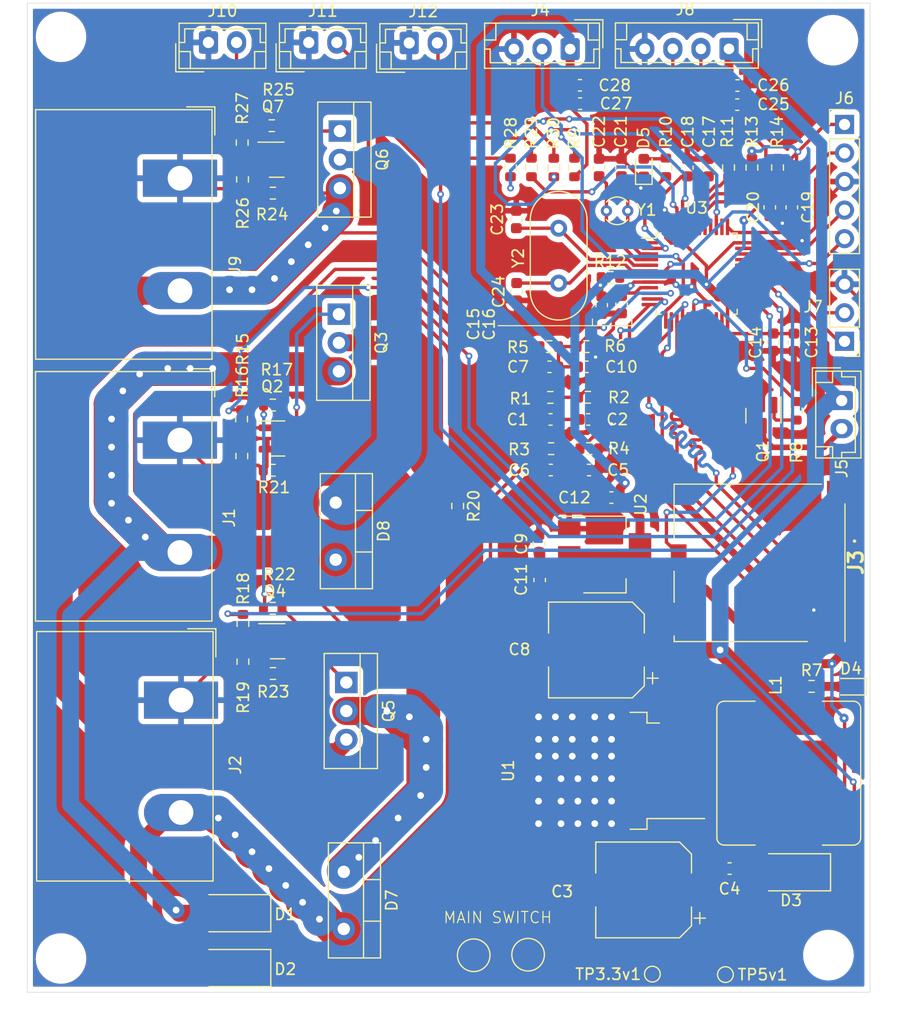
<source format=kicad_pcb>
(kicad_pcb (version 20221018) (generator pcbnew)
  (layers (0 "F.Cu" signal) (31 "B.Cu" signal) (34 "B.Paste" user) (35 "F.Paste" user) (36 "B.SilkS" user "B.Silkscreen") (37 "F.SilkS" user "F.Silkscreen") (38 "B.Mask" user) (39 "F.Mask" user) (44 "Edge.Cuts" user))
  (net 0 "")
  (net 1 "/microcontroller/bat_vadc")
  (net 2 "GND")
  (net 3 "Net-(U1-VIN)")
  (net 4 "/microcontroller/charger_vadc")
  (net 5 "/microcontroller/hpad_vadc")
  (net 6 "+5V")
  (net 7 "+3V3")
  (net 8 "pc14")
  (net 9 "pc15")
  (net 10 "Net-(U3-PD0)")
  (net 11 "Net-(U3-PD1)")
  (net 12 "Net-(D1-K)")
  (net 13 "BAT")
  (net 14 "Charger")
  (net 15 "Net-(D3-K)")
  (net 16 "Net-(D4-A)")
  (net 17 "Net-(D5-A)")
  (net 18 "/Load/charge")
  (net 20 "spi_nss")
  (net 21 "spi_mosi")
  (net 22 "spi_sck")
  (net 23 "spi_miso")
  (net 26 "Card_Detect")
  (net 29 "temp_sensor")
  (net 30 "Net-(J5-Pin_2)")
  (net 31 "swclk")
  (net 32 "swdio")
  (net 33 "nrst")
  (net 34 "dbg_tx")
  (net 35 "dbg_rx")
  (net 36 "lcd_scl")
  (net 37 "lcd_sda")
  (net 38 "load")
  (net 39 "Net-(Q1-B)")
  (net 40 "Net-(Q2-B)")
  (net 41 "Net-(Q2-C)")
  (net 42 "Net-(Q3-D)")
  (net 43 "Net-(Q4-B)")
  (net 44 "Net-(Q4-C)")
  (net 45 "Net-(Q6-G)")
  (net 46 "Net-(Q7-B)")
  (net 47 "buzzer")
  (net 48 "data_led")
  (net 49 "Net-(U3-BOOT0)")
  (net 50 "/Load/charging_pwm")
  (net 51 "/Load/ac_heating_pwm")
  (net 52 "/Load/bat_heating_pwm")
  (net 54 "yellow_led")
  (net 55 "green_led")
  (net 56 "red_led")
  (net 57 "card_detect")
  (net 63 "Net-(D8-K)")
  (net 64 "Net-(U3-PB8)")
  (net 65 "Net-(U3-PB9)")
  (net 68 "Net-(U3-PB3)")
  (footprint "Package_QFP:LQFP-48_7x7mm_P0.5mm" (layer "F.Cu") (at 165.57 75.07)
    (fp_text reference "U3")
    (fp_text value "STM32F103CBTx")
  )
  (footprint "Resistor_SMD:R_0603_1608Metric" (layer "F.Cu") (at 152.55 86.08)
    (fp_text reference "R1")
    (fp_text value "180k/(1%)0.1W")
  )
  (footprint "Capacitor_SMD:CP_Elec_8x10" (layer "F.Cu") (at 156.65 108.55 180)
    (fp_text reference "C8")
    (fp_text value "220uF/10v")
  )
  (footprint "Capacitor_SMD:C_0603_1608Metric" (layer "F.Cu") (at 155.2 59.94)
    (fp_text reference "C27")
    (fp_text value "1nF/50V")
  )
  (footprint "TestPoint:TestPoint_Pad_D1.0mm" (layer "F.Cu") (at 168.13 137.43)
    (fp_text reference "TP5v1")
    (fp_text value "TestPoint")
  )
  (footprint "Capacitor_SMD:CP_Elec_8x10" (layer "F.Cu") (at 160.85 129.9 180)
    (fp_text reference "C3")
    (fp_text value "220uF/63v")
  )
  (footprint "Resistor_SMD:R_0603_1608Metric" (layer "F.Cu") (at 152.615 90.64)
    (fp_text reference "R3")
    (fp_text value "180k/(1%)0.1W")
  )
  (footprint "Diode_SMD:D_SMA" (layer "F.Cu") (at 173.9775 128.33 180)
    (fp_text reference "D3")
    (fp_text value "D_Schottky")
  )
  (footprint "LED_SMD:LED_0603_1608Metric" (layer "F.Cu") (at 179.19 111.82 180)
    (fp_text reference "D4")
    (fp_text value "POWER_LED")
  )
  (footprint "Resistor_SMD:R_0603_1608Metric" (layer "F.Cu") (at 125.09 91.295 90)
    (fp_text reference "R16")
    (fp_text value "10K")
  )
  (footprint "Capacitor_SMD:C_0603_1608Metric" (layer "F.Cu") (at 166.62 65.64 90)
    (fp_text reference "C17")
    (fp_text value "0.1uF/50V")
  )
  (footprint "Resistor_SMD:R_0603_1608Metric" (layer "F.Cu") (at 162.83 65.61 90)
    (fp_text reference "R10")
    (fp_text value "1k/(1%)0.1W")
  )
  (footprint "Resistor_SMD:R_0603_1608Metric" (layer "F.Cu") (at 125.19 109.59 90)
    (fp_text reference "R19")
    (fp_text value "10K")
  )
  (footprint "Capacitor_SMD:C_0603_1608Metric" (layer "F.Cu") (at 155.99 92.54)
    (fp_text reference "C5")
    (fp_text value "0.1uF/50V")
  )
  (footprint "Capacitor_SMD:C_0603_1608Metric" (layer "F.Cu") (at 155.18 58.31)
    (fp_text reference "C28")
    (fp_text value "0.1uF/50V")
  )
  (footprint "Package_TO_SOT_SMD:SOT-23" (layer "F.Cu") (at 128.2775 107.77)
    (fp_text reference "Q4")
    (fp_text value "BC817")
  )
  (footprint "Package_TO_SOT_THT:TO-262-3_Vertical" (layer "F.Cu") (at 133.82 62.38 -90)
    (fp_text reference "Q6")
    (fp_text value "STB33N65M2")
  )
  (footprint "MountingHole:MountingHole_4mm" (layer "F.Cu") (at 109 136)
    (fp_text reference "H4" hide)
    (fp_text value "MountingHole")
  )
  (footprint "Resistor_SMD:R_0603_1608Metric" (layer "F.Cu") (at 125.125 63.41 -90)
    (fp_text reference "R27")
    (fp_text value "10K")
  )
  (footprint "Package_TO_SOT_SMD:TO-263-5_TabPin3" (layer "F.Cu") (at 156.325 119.3 180)
    (fp_text reference "U1")
    (fp_text value "LM2596T-5")
  )
  (footprint "Resistor_SMD:R_0603_1608Metric" (layer "F.Cu") (at 168.41 65.63 90)
    (fp_text reference "R11")
    (fp_text value "10K/0.125W")
  )
  (footprint "Resistor_SMD:R_0603_1608Metric" (layer "F.Cu") (at 150.87 65.62 -90)
    (fp_text reference "R29")
    (fp_text value "10K")
  )
  (footprint "Capacitor_SMD:C_0603_1608Metric" (layer "F.Cu") (at 156.89 65.625 -90)
    (fp_text reference "C22")
    (fp_text value "10pF")
  )
  (footprint "Resistor_SMD:R_0603_1608Metric" (layer "F.Cu") (at 127.84 104.845 180)
    (fp_text reference "R22")
    (fp_text value "1k")
  )
  (footprint "25A_Terminal_Block:TerminalBlock_Dinkle_DT-55-B01X-02_P10.00mm" (layer "F.Cu") (at 114.68 113.01 -90)
    (fp_text reference "J2")
    (fp_text value "Charger Input")
  )
  (footprint "Capacitor_SMD:C_0603_1608Metric" (layer "F.Cu") (at 172.38 81.1675 -90)
    (fp_text reference "C14")
    (fp_text value "1nF/50V")
  )
  (footprint "Connector_JST:JST_EH_B2B-EH-A_1x02_P2.50mm_Vertical" (layer "F.Cu") (at 131.05 54.5)
    (fp_text reference "J11")
    (fp_text value "Conn_01x02")
  )
  (footprint "Package_TO_SOT_THT:TO-262-3_Vertical" (layer "F.Cu") (at 133.73 78.68 -90)
    (fp_text reference "Q3")
    (fp_text value "STB33N65M2")
  )
  (footprint "Resistor_SMD:R_0603_1608Metric" (layer "F.Cu") (at 155.75 81.56)
    (fp_text reference "R6")
    (fp_text value "5.1k/(1%)0.1W")
  )
  (footprint "Connector_PinHeader_2.54mm:PinHeader_1x05_P2.54mm_Vertical" (layer "F.Cu") (at 178.73 61.795)
    (fp_text reference "J6")
    (fp_text value "Conn_01x05")
  )
  (footprint "Resistor_SMD:R_0603_1608Metric" (layer "F.Cu") (at 144.3 95.74 -90)
    (fp_text reference "R20")
    (fp_text value "0R")
  )
  (footprint "25A_Terminal_Block:TerminalBlock_Dinkle_DT-55-B01X-02_P10.00mm" (layer "F.Cu") (at 114.59 66.58 -90)
    (fp_text reference "J9")
    (fp_text value "Heating pad")
  )
  (footprint "Resistor_SMD:R_0603_1608Metric" (layer "F.Cu") (at 127.85 86.76 180)
    (fp_text reference "R17")
    (fp_text value "1k")
  )
  (footprint "Resistor_SMD:R_0603_1608Metric" (layer "F.Cu") (at 174.44 87.27 -90)
    (fp_text reference "R8")
    (fp_text value "10K")
  )
  (footprint "MountingHole:MountingHole_4mm" (layer "F.Cu") (at 177.3 135.7)
    (fp_text reference "H3" hide)
    (fp_text value "MountingHole")
  )
  (footprint "Connector_JST:JST_EH_B4B-EH-A_1x04_P2.50mm_Vertical" (layer "F.Cu") (at 168.45 55.07 180)
    (fp_text reference "J8")
    (fp_text value "Conn_01x04")
  )
  (footprint "Capacitor_SMD:C_0603_1608Metric" (layer "F.Cu") (at 151.6 102.33 -90)
    (fp_text reference "C11")
    (fp_text value "0.1uF/10V")
  )
  (footprint "Resistor_SMD:R_0603_1608Metric" (layer "F.Cu") (at 125.19 106.215 -90)
    (fp_text reference "R18")
    (fp_text value "10K")
  )
  (footprint "Diode_SMD:D_SMA" (layer "F.Cu") (at 124.16 131.97 180)
    (fp_text reference "D1")
    (fp_text value "1N4007")
  )
  (footprint "Resistor_SMD:R_0603_1608Metric" (layer "F.Cu") (at 127.76 61.905 180)
    (fp_text reference "R25")
    (fp_text value "1k")
  )
  (footprint "Resistor_SMD:R_0603_1608Metric" (layer "F.Cu") (at 125.07 88.005 -90)
    (fp_text reference "R15")
    (fp_text value "10K")
  )
  (footprint "Crystal:Crystal_C26-LF_D2.1mm_L6.5mm_Vertical" (layer "F.Cu") (at 157.54 69.4775)
    (fp_text reference "Y1")
    (fp_text value "32.678kHz")
  )
  (footprint "sd_card_holder:sd_card" (layer "F.Cu") (at 171.17 100.8 90)
    (fp_text reference "J3")
    (fp_text value "693071010811" hide)
  )
  (footprint "Capacitor_SMD:C_0603_1608Metric" (layer "F.Cu") (at 174.23 81.1775 -90)
    (fp_text reference "C13")
    (fp_text value "0.1uF/50V")
  )
  (footprint "Resistor_SMD:R_0603_1608Metric" (layer "F.Cu") (at 152.45 81.56)
    (fp_text reference "R5")
    (fp_text value "180k/(1%)0.1W")
  )
  (footprint "Resistor_SMD:R_0603_1608Metric" (layer "F.Cu") (at 175.805 111.79)
    (fp_text reference "R7")
    (fp_text value "1k/(1%)0.1W")
  )
  (footprint "Package_TO_SOT_SMD:SOT-23" (layer "F.Cu") (at 128.2625 89.735)
    (fp_text reference "Q2")
    (fp_text value "BC817")
  )
  (footprint "Resistor_SMD:R_0603_1608Metric" (layer "F.Cu") (at 172.77 65.63 -90)
    (fp_text reference "R14")
    (fp_text value "10K")
  )
  (footprint "Resistor_SMD:R_0603_1608Metric" (layer "F.Cu") (at 155.885 86.07)
    (fp_text reference "R2")
    (fp_text value "10k/(1%)0.1W")
  )
  (footprint "Capacitor_SMD:C_0603_1608Metric" (layer "F.Cu") (at 168.5 128)
    (fp_text reference "C4")
    (fp_text value "1uF/50v")
  )
  (footprint "LED_SMD:LED_0603_1608Metric" (layer "F.Cu") (at 160.87 65.6375 90)
    (fp_text reference "D5")
    (fp_text value "send ok")
  )
  (footprint "Connector_JST:JST_EH_B2B-EH-A_1x02_P2.50mm_Vertical" (layer "F.Cu") (at 122.12 54.5)
    (fp_text reference "J10")
    (fp_text value "Conn_01x02")
  )
  (footprint "Capacitor_SMD:C_0603_1608Metric" (layer "F.Cu") (at 157.985 94.99 180)
    (fp_text reference "C12")
    (fp_text value "1uF/50V")
  )
  (footprint "Capacitor_SMD:C_0603_1608Metric" (layer "F.Cu") (at 152.59 92.54 180)
    (fp_text reference "C6")
    (fp_text value "1nF/50V")
  )
  (footprint "Package_TO_SOT_THT:TO-220-2_Vertical" (layer "F.Cu") (at 133.445 95.44 -90)
    (fp_text reference "D8")
    (fp_text value "STTH2002D")
  )
  (footprint "Diode_SMD:D_SMA" (layer "F.Cu") (at 124.16 136.85 180)
    (fp_text reference "D2")
    (fp_text value "1N4007")
  )
  (footprint "Resistor_SMD:R_0603_1608Metric" (layer "F.Cu") (at 127.86 67.905)
    (fp_text reference "R24")
    (fp_text value "10K")
  )
  (footprint "Capacitor_SMD:C_0603_1608Metric" (layer "F.Cu") (at 174.04 69.1675 -90)
    (fp_text reference "C19")
    (fp_text value "0.1uF/50V")
  )
  (footprint "Capacitor_SMD:C_0603_1608Metric" (layer "F.Cu") (at 155.775 83.36)
    (fp_text reference "C10")
    (fp_text value "1nF/50V")
  )
  (footprint "Resistor_SMD:R_0603_1608Metric" (layer "F.Cu") (at 156.015 90.64)
    (fp_text reference "R4")
    (fp_text value "5.1k/(1%)0.1W")
  )
  (footprint "Crystal:Crystal_HC49-4H_Vertical" (layer "F.Cu") (at 153.29 71.0275 -90)
    (fp_text reference "Y2")
    (fp_text value "8Mhz")
  )
  (footprint "Package_TO_SOT_SMD:SOT-23" (layer "F.Cu") (at 128.1975 64.93)
    (fp_text reference "Q7")
    (fp_text value "BC817")
  )
  (footprint "Capacitor_SMD:C_0603_1608Metric" (layer "F.Cu") (at 149.52 70.25 -90)
    (fp_text reference "C23")
    (fp_text value "18pF/50V")
  )
  (footprint "TestPoint:TestPoint_Pad_D2.5mm" (layer "F.Cu") (at 150.57 135.66)
    (fp_text reference "TP2" hide)
    (fp_text value "TestPoint")
  )
  (footprint "Capacitor_SMD:C_0603_1608Metric" (layer "F.Cu") (at 149.55 76.68 90)
    (fp_text reference "C24")
    (fp_text value "18pF/50V")
  )
  (footprint "Resistor_SMD:R_0603_1608Metric" (layer "F.Cu") (at 152.86 65.63 -90)
    (fp_text reference "R30")
    (fp_text value "10K")
  )
  (footprint "Package_TO_SOT_THT:TO-262-3_Vertical" (layer "F.Cu") (at 134.39 111.44 -90)
    (fp_text reference "Q5")
    (fp_text value "STB33N65M2")
  )
  (footprint "TestPoint:TestPoint_Pad_D2.5mm" (layer "F.Cu") (at 145.73 135.71)
    (fp_text reference "TP1" hide)
    (fp_text value "TestPoint")
  )
  (footprint "Capacitor_SMD:C_0603_1608Metric" (layer "F.Cu") (at 164.74 65.64 90)
    (fp_text reference "C18")
    (fp_text value "1nF/50V")
  )
  (footprint "Capacitor_SMD:C_0603_1608Metric" (layer "F.Cu") (at 152.57 88.04 180)
    (fp_text reference "C1")
    (fp_text value "1nF/10V")
  )
  (footprint "Connector_JST:JST_EH_B3B-EH-A_1x03_P2.50mm_Vertical" (layer "F.Cu") (at 154.31 55.09 180)
    (fp_text reference "J4")
    (fp_text value "Conn_01x03")
  )
  (footprint "Capacitor_SMD:C_0603_1608Metric" (layer "F.Cu") (at 172.08 69.1675 -90)
    (fp_text reference "C20")
    (fp_text value "1uF/50V")
  )
  (footprint "Package_TO_SOT_SMD:SOT-223-3_TabPin2" (layer "F.Cu") (at 157.38 100.06)
    (fp_text reference "U2")
    (fp_text value "LM1117-3.3")
  )
  (footprint "Capacitor_SMD:C_0603_1608Metric" (layer "F.Cu") (at 152.475 83.36 180)
    (fp_text reference "C7")
    (fp_text value "0.1uF/50V")
  )
  (footprint "Capacitor_SMD:C_0603_1608Metric" (layer "F.Cu") (at 158.88 65.625 -90)
    (fp_text reference "C21")
    (fp_text value "10pF")
  )
  (footprint "Capacitor_SMD:C_0603_1608Metric" (layer "F.Cu") (at 158.89 77.82 -90)
    (fp_text reference "C16")
    (fp_text value "1uF/50V")
  )
  (footprint "Resistor_SMD:R_0603_1608Metric" (layer "F.Cu") (at 157.9 75.41 180)
    (fp_text reference "R12")
    (fp_text value "10K/0.125W")
  )
  (footprint "Resistor_SMD:R_0603_1608Metric" (layer "F.Cu") (at 149 65.62 -90)
    (fp_text reference "R28")
    (fp_text value "10K")
  )
  (footprint "25A_Terminal_Block:TerminalBlock_Dinkle_DT-55-B01X-02_P10.00mm" (layer "F.Cu") (at 114.5775 89.88 -90)
    (fp_text reference "J1")
    (fp_text value "Battery Input")
  )
  (footprint "Resistor_SMD:R_0603_1608Metric" (layer "F.Cu") (at 127.825 92.56)
    (fp_text reference "R21")
    (fp_text value "10K")
  )
  (footprint "Capacitor_SMD:C_0603_1608Metric" (layer "F.Cu") (at 169.201 58.33)
    (fp_text reference "C26")
    (fp_text value "0.1uF/50V")
  )
  (footprint "Inductor_SMD:L_Bourns_SRR1260" (layer "F.Cu") (at 173.77 119.51 90)
    (fp_text reference "L1")
    (fp_text value "470uH")
  )
  (footprint "Resistor_SMD:R_0603_1608Metric" (layer "F.Cu") (at 125.155 66.685 90)
    (fp_text reference "R26")
    (fp_text value "10K")
  )
  (footprint "Capacitor_SMD:C_0603_1608Metric" (layer "F.Cu") (at 157.12 77.87 -90)
    (fp_text reference "C15")
    (fp_text value "0.1uF/50V")
  )
  (footprint "Capacitor_SMD:C_0603_1608Metric" (layer "F.Cu") (at 169.185 60.03)
    (fp_text reference "C25")
    (fp_text value "1nF/50V")
  )
  (footprint "Connector_PinHeader_2.54mm:PinHeader_1x03_P2.54mm_Vertical" (layer "F.Cu") (at 178.73 81.09 180)
    (fp_text reference "J7")
    (fp_text value "Conn_01x03")
  )
  (footprint "Connector_JST:JST_EH_B2B-EH-A_1x02_P2.50mm_Vertical" (layer "F.Cu") (at 139.99 54.54)
    (fp_text reference "J12")
    (fp_text value "Conn_01x02")
  )
  (footprint "MountingHole:MountingHole_4mm" (layer "F.Cu") (at 177.7 54.3)
    (fp_text reference "H1" hide)
    (fp_text value "MountingHole")
  )
  (footprint "Resistor_SMD:R_0603_1608Metric" (layer "F.Cu") (at 127.865 110.645)
    (fp_text reference "R23")
    (fp_text value "10K")
  )
  (footprint "Resistor_SMD:R_0603_1608Metric" (layer "F.Cu") (at 170.49 65.625 -90)
    (fp_text reference "R13")
    (fp_text value "10K")
  )
  (footprint "Capacitor_SMD:C_0603_1608Metric" (layer "F.Cu") (at 151.54 99.085 90)
    (fp_text reference "C9")
    (fp_text value "1uF/10v")
  )
  (footprint "MountingHole:MountingHole_4mm" (layer "F.Cu") (at 109 54)
    (fp_text reference "H2" hide)
    (fp_text value "MountingHole")
  )
  (footprint "Package_TO_SOT_SMD:SOT-23" (layer "F.Cu") (at 171.51 87.7075 -90)
    (fp_text reference "Q1")
    (fp_text value "BC817")
  )
  (footprint "Connector_JST:JST_EH_B2B-EH-A_1x02_P2.50mm_Vertical" (layer "F.Cu") (at 178.48 86.36 -90)
    (fp_text reference "J5")
    (fp_text value "Conn_01x02")
  )
  (footprint "Package_TO_SOT_THT:TO-220-2_Vertical" (layer "F.Cu") (at 134.165 128.29 -90)
    (fp_text reference "D7")
    (fp_text value "STTH2002D")
  )
  (footprint "TestPoint:TestPoint_Pad_D1.0mm" (layer "F.Cu") (at 161.63 137.39)
    (fp_text reference "TP3.3v1")
    (fp_text value "TestPoint")
  )
  (footprint "Capacitor_SMD:C_0603_1608Metric" (layer "F.Cu") (at 155.92 88.04)
    (fp_text reference "C2")
    (fp_text value "0.1uF/10V")
  )
  (footprint "Resistor_SMD:R_0603_1608Metric" (layer "F.Cu") (at 154.7 65.625 90)
    (fp_text reference "R9")
    (fp_text value "4.7K")
  )
  (gr_line (start 156.3 79.7) (end 147.9 79.7) (stroke (width 0.1)) (layer "F.SilkS"))
  (gr_line (start 156.3 79.7) (end 159.8 79.7) (stroke (width 0.1)) (layer "F.SilkS"))
  (gr_line (start 156.3 79.4) (end 156.3 79.7) (stroke (width 0.1)) (layer "F.SilkS"))
  (gr_line (start 159.8 79.7) (end 159.8 79.1) (stroke (width 0.1)) (layer "F.SilkS"))
  (gr_line (start 156.3 79.4) (end 156.3 79.1) (stroke (width 0.1)) (layer "F.SilkS"))
  (gr_line (start 106 51) (end 181 51) (stroke (width 0.05)) (layer "Edge.Cuts"))
  (gr_line (start 181 51) (end 181 139) (stroke (width 0.05)) (layer "Edge.Cuts"))
  (gr_line (start 181 139) (end 106 139) (stroke (width 0.05)) (layer "Edge.Cuts"))
  (gr_line (start 106 139) (end 106 51) (stroke (width 0.05)) (layer "Edge.Cuts"))
  (gr_text "MAIN SWITCH" (at 142.97 132.94) (layer "F.SilkS") (effects (font (size 1 1) (thickness 0.1)) (justify left bottom)))
  (segment (start 153.375 86.08) (end 153.375 88.01) (width 0.3) (layer "F.Cu") (net 1))
  (segment (start 155.06 86.07) (end 156.11 85.02) (width 0.3) (layer "F.Cu") (net 1))
  (segment (start 162.476201 77.32) (end 161.4075 77.32) (width 0.3) (layer "F.Cu") (net 1))
  (segment (start 155.06 86.07) (end 153.385 86.07) (width 0.3) (layer "F.Cu") (net 1))
  (segment (start 156.11 85.02) (end 157.76 85.02) (width 0.3) (layer "F.Cu") (net 1))
  (segment (start 153.345 88.04) (end 155.145 88.04) (width 0.3) (layer "F.Cu") (net 1))
  (segment (start 158.8 83.98) (end 158.8 80.12) (width 0.3) (layer "F.Cu") (net 1))
  (segment (start 157.76 85.02) (end 158.8 83.98) (width 0.3) (layer "F.Cu") (net 1))
  (segment (start 162.739604 77.583403) (end 162.476201 77.32) (width 0.3) (layer "F.Cu") (net 1))
  (via (at 158.8 80.12) (size 0.6) (drill 0.3) (layers "F.Cu" "B.Cu") (net 1))
  (via (at 162.739604 77.583403) (size 0.6) (drill 0.3) (layers "F.Cu" "B.Cu") (net 1))
  (segment (start 162.376597 77.583403) (end 159.84 80.12) (width 0.3) (layer "B.Cu") (net 1))
  (segment (start 159.84 80.12) (end 158.8 80.12) (width 0.3) (layer "B.Cu") (net 1))
  (segment (start 162.739604 77.583403) (end 162.376597 77.583403) (width 0.3) (layer "B.Cu") (net 1))
  (segment (start 160 75.82) (end 161.4075 75.82) (width 0.3) (layer "F.Cu") (net 2))
  (segment (start 156.575 82.49) (end 156.575 83.335) (width 0.3) (layer "F.Cu") (net 2))
  (segment (start 163.32 70.9075) (end 163.32 70.01) (width 0.3) (layer "F.Cu") (net 2))
  (segment (start 127.325 92.235) (end 127 92.56) (width 0.3) (layer "F.Cu") (net 2))
  (segment (start 119.68 113.01) (end 122.275 110.415) (width 0.3) (layer "F.Cu") (net 2))
  (segment (start 156.84 90.64) (end 156.84 92.465) (width 0.3) (layer "F.Cu") (net 2))
  (segment (start 151.5 116.5) (end 153 116.5) (width 1) (layer "F.Cu") (net 2))
  (segment (start 156.695 88.04) (end 157.58 88.04) (width 0.3) (layer "F.Cu") (net 2))
  (segment (start 153.5 124) (end 155 124) (width 3) (layer "F.Cu") (net 2))
  (segment (start 156.5 116.5) (end 157.25 116.525) (width 1) (layer "F.Cu") (net 2))
  (segment (start 158 120) (end 156.5 120) (width 1) (layer "F.Cu") (net 2))
  (segment (start 160.87 66.425) (end 160.455 66.425) (width 0.3) (layer "F.Cu") (net 2))
  (segment (start 153 114.5) (end 153.4 114.9) (width 1) (layer "F.Cu") (net 2))
  (segment (start 163.335 63.46) (end 160.27 63.46) (width 0.3) (layer "F.Cu") (net 2))
  (segment (start 169.605 128.33) (end 169.275 128) (width 0.8) (layer "F.Cu") (net 2))
  (segment (start 156.765 92.54) (end 156.765 93.105) (width 0.3) (layer "F.Cu") (net 2))
  (segment (start 163.32 70.01) (end 162.71 69.4) (width 0.3) (layer "F.Cu") (net 2))
  (segment (start 158 122) (end 156.5 122) (width 3) (layer "F.Cu") (net 2))
  (segment (start 155.64 84.68) (end 152.52 84.68) (width 0.3) (layer "F.Cu") (net 2))
  (segment (start 167.23312 80.66) (end 166.69 80.66) (width 0.3) (layer "F.Cu") (net 2))
  (segment (start 157.17 78.595) (end 157.12 78.645) (width 0.3) (layer "F.Cu") (net 2))
  (segment (start 151.7 83.86) (end 151.7 83.36) (width 0.3) (layer "F.Cu") (net 2))
  (segment (start 156.575 83.335) (end 156.55 83.36) (width 0.3) (layer "F.Cu") (net 2))
  (segment (start 174.22 81.9425) (end 174.23 81.9525) (width 0.3) (layer "F.Cu") (net 2))
  (segment (start 166.32 80.29) (end 166.32 79.2325) (width 0.3) (layer "F.Cu") (net 2))
  (segment (start 158 116.5) (end 156.5 116.5) (width 1) (layer "F.Cu") (net 2))
  (segment (start 150.74 78.645) (end 149.55 77.455) (width 0.3) (layer "F.Cu") (net 2))
  (segment (start 148.585 69.475) (end 149.52 69.475) (width 0.3) (layer "F.Cu") (net 2))
  (segment (start 122.275 110.415) (end 125.19 110.415) (width 0.3) (layer "F.Cu") (net 2))
  (segment (start 167.82 79.2325) (end 167.82 80.07312) (width 0.3) (layer "F.Cu") (net 2))
  (segment (start 152.52 84.68) (end 151.7 83.86) (width 0.3) (layer "F.Cu") (net 2))
  (segment (start 166.32 77.43) (end 165.12 76.23) (width 0.3) (layer "F.Cu") (net 2))
  (segment (start 168.35 64.865) (end 168.41 64.805) (width 0.3) (layer "F.Cu") (net 2))
  (segment (start 126.81 110.415) (end 127.04 110.645) (width 0.3) (layer "F.Cu") (net 2))
  (segment (start 157.21 94.99) (end 156.82 94.99) (width 0.3) (layer "F.Cu") (net 2))
  (segment (start 167.82 80.07312) (end 167.23312 80.66) (width 0.3) (layer "F.Cu") (net 2))
  (segment (start 157.6 129.9) (end 157.6 124.4) (width 3) (layer "F.Cu") (net 2))
  (segment (start 170.56 85.56) (end 167.5 82.5) (width 0.3) (layer "F.Cu") (net 2))
  (segment (start 163.975 115.9) (end 157.875 115.9) (width 1) (layer "F.Cu") (net 2))
  (segment (start 179.66 82.7) (end 180.35 82.01) (width 0.3) (layer "F.Cu") (net 2))
  (segment (start 127.325 90.685) (end 127.325 92.235) (width 0.3) (layer "F.Cu") (net 2))
  (segment (start 125.09 92.12) (end 126.56 92.12) (width 0.3) (layer "F.Cu") (net 2))
  (segment (start 158.88 64.85) (end 156.89 64.85) (width 0.3) (layer "F.Cu") (net 2))
  (segment (start 157.92 90.47) (end 157.01 90.47) (width 0.3) (layer "F.Cu") (net 2))
  (segment (start 127.34 110.345) (end 127.04 110.645) (width 0.3) (layer "F.Cu") (net 2))
  (segment (start 152.68 94.02) (end 151.815 93.155) (width 0.3) (layer "F.Cu") (net 2))
  (segment (start 174.27 72.82) (end 174.955 72.135) (width 0.3) (layer "F.Cu") (net 2))
  (segment (start 151.795 88.415) (end 151.795 88.04) (width 0.3) (layer "F.Cu") (net 2))
  (segment (start 157.6 122.425) (end 158 122.825) (width 3) (layer "F.Cu") (net 2))
  (segment (start 125.155 67.51) (end 120.52 67.51) (width 0.3) (layer "F.Cu") (net 2))
  (segment (start 160.6 67.45) (end 160.6 66.695) (width 0.3) (layer "F.Cu") (net 2))
  (segment (start 157.6 123.6) (end 157.6 122.425) (width 3) (layer "F.Cu") (net 2))
  (segment (start 180.35 77.63) (end 178.73 76.01) (width 0.3) (layer "F.Cu") (net 2))
  (segment (start 120.52 67.51) (end 119.59 66.58) (width 0.3) (layer "F.Cu") (net 2))
  (segment (start 157.58 88.04) (end 157.98 88.44) (width 0.3) (layer "F.Cu") (net 2))
  (segment (start 127.26 67.68) (end 127.035 67.905) (width 0.3) (layer "F.Cu") (net 2))
  (segment (start 155.85 94.02) (end 152.68 94.02) (width 0.3) (layer "F.Cu") (net 2))
  (segment (start 147.86 70.2) (end 148.585 69.475) (width 0.3) (layer "F.Cu") (net 2))
  (segment (start 163.975 119.3) (end 158 120) (width 1) (layer "F.Cu") (net 2))
  (segment (start 151.815 93.155) (end 151.815 92.54) (width 0.3) (layer "F.Cu") (net 2))
  (segment (start 167.5 80.92688) (end 167.23312 80.66) (width 0.3) (layer "F.Cu") (net 2))
  (segment (start 175.36 104.36) (end 176 105) (width 0.3) (layer "F.Cu") (net 2))
  (segment (start 158 124) (end 157.6 123.6) (width 3) (layer "F.Cu") (net 2))
  (segment (start 151.5 122) (end 151.5 124) (width 3) (layer "F.Cu") (net 2))
  (segment (start 157.12 78.645) (end 150.74 78.645) (width 0.3) (layer "F.Cu") (net 2))
  (segment (start 121.8175 92.12) (end 119.5775 89.88) (width 0.3) (layer "F.Cu") (net 2))
  (segment (start 157.6 124.4) (end 158 124) (width 3) (layer "F.Cu") (net 2))
  (segment (start 156.5 124) (end 157.175 122) (width 3) (layer "F.Cu") (net 2))
  (segment (start 168.51562 81.9425) (end 167.5 80.92688) (width 0.3) (layer "F.Cu") (net 2))
  (segment (start 169.976 58.33) (end 169.976 60.014) (width 0.3) (layer "F.Cu") (net 2))
  (segment (start 156.5 122) (end 155 122) (width 3) (layer "F.Cu") (net 2))
  (segment (start 158.15 79.985) (end 158.15 79.335) (width 0.3) (layer "F.Cu") (net 2))
  (segment (start 155 124) (end 156.5 124) (width 3) (layer "F.Cu") (net 2))
  (segment (start 156.71 88.025) (end 156.695 88.04) (width 0.3) (layer "F.Cu") (net 2))
  (segment (start 153.5 122) (end 151.5 122) (width 3) (layer "F.Cu") (net 2))
  (segment (start 163.73 76.04) (end 163.51 75.82) (width 0.3) (layer "F.Cu") (net 2))
  (segment (start 157.01 90.47) (end 156.84 90.64) (width 0.3) (layer "F.Cu") (net 2))
  (segment (start 172.95 69.9425) (end 172.95 70.33) (width 0.3) (layer "F.Cu") (net 2))
  (segment (start 171.9775 128.33) (end 169.605 128.33) (width 0.8) (layer "F.Cu") (net 2))
  (segment (start 153.4 115.525) (end 151.5 116.5) (width 1) (layer "F.Cu") (net 2))
  (segment (start 155 122) (end 153.5 122) (width 3) (layer "F.Cu") (net 2))
  (segment (start 125.19 110.415) (end 126.81 110.415) (width 0.3) (layer "F.Cu") (net 2))
  (segment (start 157.875 115.9) (end 158 116.5) (width 1) (layer "F.Cu") (net 2))
  (segment (start 156.82 94.99) (end 155.85 94.02) (width 0.3) (layer "F.Cu") (net 2))
  (segment (start 172.95 69.9425) (end 174.04 69.9425) (width 0.3) (layer "F.Cu") (net 2))
  (segment (start 174.955 72.135) (end 176.74 70.35) (width 0.3) (layer "F.Cu") (net 2))
  (segment (start 156.55 83.77) (end 155.64 84.68) (width 0.3) (layer "F.Cu") (net 2))
  (segment (start 155.975 58.33) (end 155.955 58.31) (width 0.3) (layer "F.Cu") (net 2))
  (segment (start 178.73 66.875) (end 176.74 68.865) (width 0.3) (layer "F.Cu") (net 2))
  (segment (start 163.51 75.82) (end 161.4075 75.82) (width 0.3) (layer "F.Cu") (net 2))
  (segment (start 156.575 81.56) (end 156.575 82.49) (width 0.3) (layer "F.Cu") (net 2))
  (segment (start 153.4 108.55) (end 153.4 114.1) (width 1) (layer "F.Cu") (net 2))
  (segment (start 156.695 88.04) (end 156.695 88.465) (width 0.3) (layer "F.Cu") (net 2))
  (segment (start 147.86 76.19) (end 147.86 70.2) (width 0.3) (layer "F.Cu") (net 2))
  (segment (start 127.26 65.88) (end 127.26 67.68) (width 0.3) (layer "F.Cu") (net 2))
  (segment (start 169.7325 72.82) (end 174.27 72.82) (width 0.3) (layer "F.Cu") (net 2))
  (segment (start 172.08 69.9425) (end 172.95 69.9425) (width 0.3) (layer "F.Cu") (net 2))
  (segment (start 169.976 60.014) (end 169.96 60.03) (width 0.3) (layer "F.Cu") (net 2))
  (segment (start 166.32 79.2325) (end 166.32 77.43) (width 0.3) (layer "F.Cu") (net 2))
  (segment (start 172.38 81.9425) (end 168.51562 81.9425) (width 0.3) (layer "F.Cu") (net 2))
  (segment (start 153.4 114.9) (end 153.4 115.525) (width 1) (layer "F.Cu") (net 2))
  (segment (start 126.64 67.51) (end 127.035 67.905) (width 0.3) (layer "F.Cu") (net 2))
  (segment (start 156.765 93.105) (end 155.85 94.02) (width 0.3) (layer "F.Cu") (net 2))
  (segment (start 174.47 104.36) (end 175.36 104.36) (width 0.3) (layer "F.Cu") (net 2))
  (segment (start 156.575 81.56) (end 158.15 79.985) (width 0.3) (layer "F.Cu") (net 2))
  (segment (start 149.55 77.455) (end 149.125 77.455) (width 0.3) (layer "F.Cu") (net 2))
  (segment (start 164.74 64.865) (end 163.335 63.46) (width 0.3) (layer "F.Cu") (net 2))
  (segment (start 156.55 83.36) (end 156.55 83.77) (width 0.3) (layer "F.Cu") (net 2))
  (segment (start 158.15 79.335) (end 158.89 78.595) (width 0.3) (layer "F.Cu") (net 2))
  (segment (start 158 122.825) (end 158 122) (width 3) (layer "F.Cu") (net 2))
  (segment (start 167.5 82.5) (end 167.5 80.92688) (width 0.3) (layer "F.Cu") (net 2))
  (segment (start 159.68 76.14) (end 160 75.82) (width 0.3) (layer "F.Cu") (net 2))
  (segment (start 156.695 88.465) (end 155.89 89.27) (width 0.3) (layer "F.Cu") (net 2))
  (segment (start 166.69 80.66) (end 166.32 80.29) (width 0.3) (layer "F.Cu") (net 2))
  (segment (start 126.56 92.12) (end 127 92.56) (width 0.3) (layer "F.Cu") (net 2))
  (segment (start 156.84 92.465) (end 156.765 92.54) (width 0.3) (layer "F.Cu") (net 2))
  (segment (start 160.455 66.425) (end 158.88 64.85) (width 0.3) (layer "F.Cu") (net 2))
  (segment (start 156.71 86.07) (end 156.71 88.025) (width 0.3) (layer "F.Cu") (net 2))
  (segment (start 176.74 70.35) (end 176.74 68.865) (width 0.3) (layer "F.Cu") (net 2))
  (segment (start 160.6 66.695) (end 160.87 66.425) (width 0.3) (layer "F.Cu") (net 2))
  (segment (start 172.38 81.9425) (end 174.22 81.9425) (width 0.3) (layer "F.Cu") (net 2))
  (segment (start 174.23 81.9525) (end 174.9775 82.7) (width 0.3) (layer "F.Cu") (net 2))
  (segment (start 151.5 124) (end 153.5 124) (width 3) (layer "F.Cu") (net 2))
  (segment (start 155.89 89.27) (end 152.65 89.27) (width 0.3) (layer "F.Cu") (net 2))
  (segment (start 152.65 89.27) (end 151.795 88.415) (width 0.3) (layer "F.Cu") (net 2))
  (segment (start 170.56 86.77) (end 170.56 85.56) (width 0.3) (layer "F.Cu") (net 2))
  (segment (start 172.95 70.33) (end 173.2 70.58) (width 0.3) (layer "F.Cu") (net 2))
  (segment (start 127.34 108.72) (end 127.34 110.345) (width 0.3) (layer "F.Cu") (net 2))
  (segment (start 153 116.5) (end 152.4 116.525) (width 1) (layer "F.Cu") (net 2))
  (segment (start 125.155 67.51) (end 126.64 67.51) (width 0.3) (layer "F.Cu") (net 2))
  (segment (start 149.125 77.455) (end 147.86 76.19) (width 0.3) (layer "F.Cu") (net 2))
  (segment (start 155 120) (end 154.825 119.3) (width 1) (layer "F.Cu") (net 2))
  (segment (start 164.74 64.865) (end 168.35 64.865) (width 0.3) (layer "F.Cu") (net 2))
  (segment (start 125.09 92.12) (end 121.8175 92.12) (width 0.3) (layer "F.Cu") (net 2))
  (segment (start 153.4 114.1) (end 153 114.5) (width 1) (layer "F.Cu") (net 2))
  (segment (start 160.27 63.46) (end 158.88 64.85) (width 0.3) (layer "F.Cu") (net 2))
  (segment (start 158.89 78.595) (end 157.17 78.595) (width 0.3) (layer "F.Cu") (net 2))
  (segment (start 180.35 82.01) (end 180.35 77.63) (width 0.3) (layer "F.Cu") (net 2))
  (segment (start 155.975 59.94) (end 155.975 58.33) (width 0.3) (layer "F.Cu") (net 2))
  (segment (start 157.175 122) (end 157.25 122.075) (width 3) (layer "F.Cu") (net 2))
  (segment (start 156.5 120) (end 155 120) (width 1) (layer "F.Cu") (net 2))
  (segment (start 174.9775 82.7) (end 179.66 82.7) (width 0.3) (layer "F.Cu") (net 2))
  (via (at 154.5 114.5) (size 1) (drill 0.6) (layers "F.Cu" "B.Cu") (net 2))
  (via (at 158 114.5) (size 1) (drill 0.6) (layers "F.Cu" "B.Cu") (net 2))
  (via (at 155 122) (size 1) (drill 0.6) (layers "F.Cu" "B.Cu") (net 2))
  (via (at 162.71 69.4) (size 0.6) (drill 0.3) (layers "F.Cu" "B.Cu") (net 2))
  (via (at 154.5 118) (size 1) (drill 0.6) (layers "F.Cu" "B.Cu") (net 2))
  (via (at 156.575 82.49) (size 0.6) (drill 0.3) (layers "F.Cu" "B.Cu") (net 2))
  (via (at 160.6 67.45) (size 0.6) (drill 0.3) (layers "F.Cu" "B.Cu") (net 2))
  (via (at 158 118) (size 1) (drill 0.6) (layers "F.Cu" "B.Cu") (net 2))
  (via (at 159.68 76.14) (size 0.6) (drill 0.3) (layers "F.Cu" "B.Cu") (net 2))
  (via (at 158 116.5) (size 1) (drill 0.6) (layers "F.Cu" "B.Cu") (net 2))
  (via (at 156.5 122) (size 1) (drill 0.6) (layers "F.Cu" "B.Cu") (net 2))
  (via (at 173.2 70.58) (size 0.6) (drill 0.3) (layers "F.Cu" "B.Cu") (net 2))
  (via (at 151.5 122) (size 1) (drill 0.6) (layers "F.Cu" "B.Cu") (net 2))
  (via (at 151.5 124) (size 1) (drill 0.6) (layers "F.Cu" "B.Cu") (net 2))
  (via (at 154.5 116.5) (size 1) (drill 0.6) (layers "F.Cu" "B.Cu") (net 2))
  (via (at 156.5 118) (size 1) (drill 0.6) (layers "F.Cu" "B.Cu") (net 2))
  (via (at 158 122) (size 1) (drill 0.6) (layers "F.Cu" "B.Cu") (net 2))
  (via (at 153.5 124) (size 1) (drill 0.6) (layers "F.Cu" "B.Cu") (net 2))
  (via (at 156.5 114.5) (size 1) (drill 0.6) (layers "F.Cu" "B.Cu") (net 2))
  (via (at 163.73 76.04) (size 0.6) (drill 0.3) (layers "F.Cu" "B.Cu") (net 2))
  (via (at 165.12 76.23) (size 0.6) (drill 0.3) (layers "F.Cu" "B.Cu") (net 2))
  (via (at 158 120) (size 1) (drill 0.6) (layers "F.Cu" "B.Cu") (net 2))
  (via (at 151.5 120) (size 1) (drill 0.6) (layers "F.Cu" "B.Cu") (net 2))
  (via (at 156.5 124) (size 1) (drill 0.6) (layers "F.Cu" "B.Cu") (net 2))
  (via (at 153 114.5) (size 1) (drill 0.6) (layers "F.Cu" "B.Cu") (net 2))
  (via (at 176 105) (size 0.6) (drill 0.3) (layers "F.Cu" "B.Cu") (net 2))
  (via (at 158 124) (size 1) (drill 0.6) (layers "F.Cu" "B.Cu") (net 2))
  (via (at 156.5 120) (size 1) (drill 0.6) (layers "F.Cu" "B.Cu") (net 2))
  (via (at 156.5 116.5) (size 1) (drill 0.6) (layers "F.Cu" "B.Cu") (net 2))
  (via (at 151.5 116.5) (size 1) (drill 0.6) (layers "F.Cu" "B.Cu") (net 2))
  (via (at 155 120) (size 1) (drill 0.6) (layers "F.Cu" "B.Cu") (net 2))
  (via (at 174.955 72.135) (size 0.6) (drill 0.3) (layers "F.Cu" "B.Cu") (net 2))
  (via (at 153 116.5) (size 1) (drill 0.6) (layers "F.Cu" "B.Cu") (net 2))
  (via (at 153.5 122) (size 1) (drill 0.6) (layers "F.Cu" "B.Cu") (net 2))
  (via (at 151.5 114.5) (size 1) (drill 0.6) (layers "F.Cu" "B.Cu") (net 2))
  (via (at 155 124) (size 1) (drill 0.6) (layers "F.Cu" "B.Cu") (net 2))
  (via (at 153 118) (size 1) (drill 0.6) (layers "F.Cu" "B.Cu") (net 2))
  (via (at 157.98 88.44) (size 0.6) (drill 0.3) (layers "F.Cu" "B.Cu") (net 2))
  (via (at 157.92 90.47) (size 0.6) (drill 0.3) (layers "F.Cu" "B.Cu") (net 2))
  (via (at 153.5 120) (size 1) (drill 0.6) (layers "F.Cu" "B.Cu") (net 2))
  (via (at 151.5 118) (size 1) (drill 0.6) (layers "F.Cu" "B.Cu") (net 2))
  (segment (start 157.98 90.41) (end 157.92 90.47) (width 0.3) (layer "B.Cu") (net 2))
  (segment (start 162.71 69.4) (end 162.55 69.4) (width 0.3) (layer "B.Cu") (net 2))
  (segment (start 156.575 78.785) (end 156.575 82.49) (width 0.3) (layer "B.Cu") (net 2))
  (segment (start 165.12 76.23) (end 163.92 76.23) (width 0.3) (layer "B.Cu") (net 2))
  (segment (start 162.55 69.4) (end 160.6 67.45) (width 0.3) (layer "B.Cu") (net 2))
  (segment (start 157.98 83.895) (end 156.575 82.49) (width 0.3) (layer "B.Cu") (net 2))
  (segment (start 159.22 76.14) (end 156.575 78.785) (width 0.3) (layer "B.Cu") (net 2))
  (segment (start 157.98 88.44) (end 157.98 83.895) (width 0.3) (layer "B.Cu") (net 2))
  (segment (start 163.92 76.23) (end 163.73 76.04) (width 0.3) (layer "B.Cu") (net 2))
  (segment (start 159.68 76.14) (end 159.22 76.14) (width 0.3) (layer "B.Cu") (net 2))
  (segment (start 173.2 70.58) (end 173.4 70.58) (width 0.3) (layer "B.Cu") (net 2))
  (segment (start 157.98 88.44) (end 157.98 90.41) (width 0.3) (layer "B.Cu") (net 2))
  (segment (start 173.4 70.58) (end 174.955 72.135) (width 0.3) (layer "B.Cu") (net 2))
  (segment (start 166 128) (end 164.1 129.9) (width 1.5) (layer "F.Cu") (net 3))
  (segment (start 164.1 129.9) (end 164.1 122.825) (width 1.5) (layer "F.Cu") (net 3))
  (segment (start 150.57 135.66) (end 158.34 135.66) (width 1.5) (layer "F.Cu") (net 3))
  (segment (start 158.34 135.66) (end 164.1 129.9) (width 1.5) (layer "F.Cu") (net 3))
  (segment (start 167.725 128) (end 166 128) (width 1.5) (layer "F.Cu") (net 3))
  (segment (start 158.37 89.59) (end 159.59 88.37) (width 0.3) (layer "F.Cu") (net 4))
  (segment (start 155.19 90.64) (end 155.3 90.64) (width 0.3) (layer "F.Cu") (net 4))
  (segment (start 159.59 88.37) (end 159.59 79.6375) (width 0.3) (layer "F.Cu") (net 4))
  (segment (start 156.35 89.59) (end 158.37 89.59) (width 0.3) (layer "F.Cu") (net 4))
  (segment (start 155.19 90.64) (end 155.19 92.515) (width 0.3) (layer "F.Cu") (net 4))
  (segment (start 155.215 92.54) (end 153.365 92.54) (width 0.3) (layer "F.Cu") (net 4))
  (segment (start 155.3 90.64) (end 156.35 89.59) (width 0.3) (layer "F.Cu") (net 4))
  (segment (start 153.44 90.64) (end 155.19 90.64) (width 0.3) (layer "F.Cu") (net 4))
  (segment (start 159.59 79.6375) (end 161.4075 77.82) (width 0.3) (layer "F.Cu") (net 4))
  (segment (start 155.19 92.515) (end 155.215 92.54) (width 0.3) (layer "F.Cu") (net 4))
  (segment (start 162.25812 76.81) (end 162.24812 76.82) (width 0.3) (layer "F.Cu") (net 5))
  (segment (start 153.275 83.335) (end 153.25 83.36) (width 0.3) (layer "F.Cu") (net 5))
  (segment (start 163.25 76.81) (end 162.25812 76.81) (width 0.3) (layer "F.Cu") (net 5))
  (segment (start 162.24812 76.82) (end 161.4075 76.82) (width 0.3) (layer "F.Cu") (net 5))
  (segment (start 156.615 79.87) (end 157.3 79.87) (width 0.3) (layer "F.Cu") (net 5))
  (segment (start 153.275 81.56) (end 153.275 83.335) (width 0.3) (layer "F.Cu") (net 5))
  (segment (start 153.25 83.36) (end 155 83.36) (width 0.3) (layer "F.Cu") (net 5))
  (segment (start 154.925 81.56) (end 156.615 79.87) (width 0.3) (layer "F.Cu") (net 5))
  (segment (start 154.925 81.56) (end 153.275 81.56) (width 0.3) (layer "F.Cu") (net 5))
  (via (at 163.25 76.81) (size 0.6) (drill 0.3) (layers "F.Cu" "B.Cu") (net 5))
  (via (at 157.3 79.87) (size 0.6) (drill 0.3) (layers "F.Cu" "B.Cu") (net 5))
  (segment (start 163.25 76.81) (end 160.36 76.81) (width 0.3) (layer "B.Cu") (net 5))
  (segment (start 160.36 76.81) (end 157.3 79.87) (width 0.3) (layer "B.Cu") (net 5))
  (segment (start 159.9 108.55) (end 159.9 106.5) (width 1.5) (layer "F.Cu") (net 6))
  (segment (start 151.6 101.555) (end 151.955 101.91) (width 1) (layer "F.Cu") (net 6))
  (segment (start 173.77 114.66) (end 170.83 117.6) (width 1.5) (layer "F.Cu") (net 6))
  (segment (start 168.45 59.99) (end 168.41 60.03) (width 0.8) (layer "F.Cu") (net 6))
  (segment (start 177.3 132.64) (end 179.6 130.34) (width 0.3) (layer "F.Cu") (net 6))
  (segment (start 171.2 132.64) (end 177.3 132.64) (width 0.3) (layer "F.Cu") (net 6))
  (segment (start 168.13 137.43) (end 168.13 135.71) (width 0.3) (layer "F.Cu") (net 6))
  (segment (start 168.45 55.07) (end 168.45 59.99) (width 0.8) (layer "F.Cu") (net 6))
  (segment (start 159.9 106.5) (end 155.76 102.36) (width 1.5) (layer "F.Cu") (net 6))
  (segment (start 155.76 102.36) (end 154.23 102.36) (width 1.5) (layer "F.Cu") (net 6))
  (segment (start 167.66 108.55) (end 173.77 114.66) (width 1.5) (layer "F.Cu") (net 6))
  (segment (start 179.6 130.34) (end 179.6 120.38) (width 0.3) (layer "F.Cu") (net 6))
  (segment (start 170.83 117.6) (end 163.975 117.6) (width 1.5) (layer "F.Cu") (net 6))
  (segment (start 168.13 135.71) (end 171.2 132.64) (width 0.3) (layer "F.Cu") (net 6))
  (segment (start 153.78 101.91) (end 154.23 102.36) (width 1) (layer "F.Cu") (net 6))
  (segment (start 151.6 101.555) (end 151.6 99.92) (width 1) (layer "F.Cu") (net 6))
  (segment (start 179.6 120.38) (end 179.51 120.29) (width 0.3) (layer "F.Cu") (net 6))
  (segment (start 151.6 99.92) (end 151.54 99.86) (width 1) (layer "F.Cu") (net 6))
  (segment (start 159.9 108.55) (end 167.66 108.55) (width 1.5) (layer "F.Cu") (net 6))
  (segment (start 151.955 101.91) (end 153.78 101.91) (width 1) (layer "F.Cu") (net 6))
  (via (at 179.51 120.29) (size 0.6) (drill 0.3) (layers "F.Cu" "B.Cu") (net 6))
  (via (at 167.66 108.55) (size 1) (drill 0.6) (layers "F.Cu" "B.Cu") (net 6))
  (segment (start 167.66 102.45) (end 176.14 93.97) (width 1.5) (layer "B.Cu") (net 6))
  (segment (start 179.51 120.29) (end 167.77 108.55) (width 0.3) (layer "B.Cu") (net 6))
  (segment (start 176.7 63.55) (end 168.45 55.3) (width 1) (layer "B.Cu") (net 6))
  (segment (start 176.14 93.97) (end 176.14 87.7) (width 1.5) (layer "B.Cu") (net 6))
  (segment (start 167.66 108.55) (end 167.66 102.45) (width 1.5) (layer "B.Cu") (net 6))
  (segment (start 177.48 86.36) (end 178.48 86.36) (width 1.5) (layer "B.Cu") (net 6))
  (segment (start 167.77 108.55) (end 167.66 108.55) (width 0.3) (layer "B.Cu") (net 6))
  (segment (start 176.7 84.58) (end 176.7 63.55) (width 1) (layer "B.Cu") (net 6))
  (segment (start 168.45 55.3) (end 168.45 55.07) (width 1) (layer "B.Cu") (net 6))
  (segment (start 178.48 86.36) (end 176.7 84.58) (width 1) (layer "B.Cu") (net 6))
  (segment (start 176.14 87.7) (end 177.48 86.36) (width 1.5) (layer "B.Cu") (net 6))
  (segment (start 166.62 66.415) (end 164.74 66.415) (width 0.3) (layer "F.Cu") (net 7))
  (segment (start 154.23 100.06) (end 160.53 100.06) (width 0.8) (layer "F.Cu") (net 7))
  (segment (start 164.74 66.415) (end 164.245 66.415) (width 0.3) (layer "F.Cu") (net 7))
  (segment (start 160.53 100.06) (end 160.53 100.48) (width 0.8) (layer "F.Cu") (net 7))
  (segment (start 161.63 137.39) (end 165.28 137.39) (width 0.3) (layer "F.Cu") (net 7))
  (segment (start 174.005 64.805) (end 174.73 64.08) (width 0.3) (layer "F.Cu") (net 7))
  (segment (start 157.12 75.455) (end 157.075 75.41) (width 0.3) (layer "F.Cu") (net 7))
  (segment (start 161.4075 76.32) (end 160.56688 76.32) (width 0.3) (layer "F.Cu") (net 7))
  (segment (start 161.98 70.0675) (end 162.82 70.9075) (width 0.3) (layer "F.Cu") (net 7))
  (segment (start 158.76 94.14) (end 159.21 93.69) (width 0.8) (layer "F.Cu") (net 7))
  (segment (start 169.7325 72.32) (end 168.89188 72.32) (width 0.3) (layer "F.Cu") (net 7))
  (segment (start 177.025 61.795) (end 178.73 61.795) (width 0.3) (layer "F.Cu") (net 7))
  (segment (start 157.12 77.095) (end 157.12 75.455) (width 0.3) (layer "F.Cu") (net 7))
  (segment (start 167.52 77.1) (end 167.52 77.16) (width 0.8) (layer "F.Cu") (net 7))
  (segment (start 174.46 64.35) (end 174.73 64.08) (width 0.3) (layer "F.Cu") (net 7))
  (segment (start 174.46 67.9725) (end 174.46 64.35) (width 0.3) (layer "F.Cu") (net 7))
  (segment (start 176.75 131.82) (end 178.74 129.83) (width 0.3) (layer "F.Cu") (net 7))
  (segment (start 178.74 129.83) (end 178.74 114.67) (width 0.3) (layer "F.Cu") (net 7))
  (segment (start 177.61 109.77) (end 173.99 109.77) (width 0.8) (layer "F.Cu") (net 7))
  (segment (start 163.17 103.12) (end 166.33 103.12) (width 0.8) (layer "F.Cu") (net 7))
  (segment (start 159.145 76.79) (end 158.89 77.045) (width 0.3) (layer "F.Cu") (net 7))
  (segment (start 177.61 109.77) (end 179.22 108.16) (width 0.8) (layer "F.Cu") (net 7))
  (segment (start 177.02 61.79) (end 177.025 61.795) (width 0.3) (layer "F.Cu") (net 7))
  (segment (start 173.99 109.77) (end 173.485 110.275) (width 0.8) (layer "F.Cu") (net 7))
  (segment (start 174.98 111.77) (end 174.98 111.79) (width 0.8) (layer "F.Cu") (net 7))
  (segment (start 155.8 65.35) (end 155.8 61.75) (width 0.3) (layer "F.Cu") (net 7))
  (segment (start 154.31 58.215) (end 154.405 58.31) (width 0.8) (layer "F.Cu") (net 7))
  (segment (start 154.31 55.09) (end 154.31 58.215) (width 0.8) (layer "F.Cu") (net 7))
  (segment (start 154.405 58.31) (end 154.405 59.92) (width 0.8) (layer "F.Cu") (net 7))
  (segment (start 170.49 64.8) (end 170.49 64.18) (width 0.3) (layer "F.Cu") (net 7))
  (segment (start 178.74 114.67) (end 178.69 114.62) (width 0.3) (layer "F.Cu") (net 7))
  (segment (start 154.405 59.92) (end 154.425 59.94) (width 0.8) (layer "F.Cu") (net 7))
  (segment (start 166.44 76.02) (end 167.52 77.1) (width 0.8) (layer "F.Cu") (net 7))
  (segment (start 166.44 74.36) (end 166.44 74.77188) (width 0.3) (layer "F.Cu") (net 7))
  (segment (start 173.485 110.275) (end 174.98 111.77) (width 0.8) (layer "F.Cu") (net 7))
  (segment (start 163.3 72.35) (end 164.43 72.35) (width 0.3) (layer "F.Cu") (net 7))
  (segment (start 166.33 103.12) (end 173.485 110.275) (width 0.8) (layer "F.Cu") (net 7))
  (segment (start 168.32 80.14) (end 168.32 79.2325) (width 0.3) (layer "F.Cu") (net 7))
  (segment (start 170.85 131.82) (end 176.75 131.82) (width 0.3) (layer "F.Cu") (net 7))
  (segment (start 160.56688 76.32) (end 160.09688 76.79) (width 0.3) (layer "F.Cu") (net 7))
  (segment (start 174.04 68.3925) (end 174.46 67.9725) (width 0.3) (layer "F.Cu") (net 7))
  (segment (start 166.44 74.77188) (end 166.44 76.02) (width 0.3) (layer "F.Cu") (net 7))
  (segment (start 154.425 60.375) (end 154.425 59.94) (width 0.3) (layer "F.Cu") (net 7))
  (segment (start 162.82 70.9075) (end 162.82 71.87) (width 0.3) (layer "F.Cu") (net 7))
  (segment (start 168.32 79.2325) (end 168.32 77.96) (width 0.3) (layer "F.Cu") (net 7))
  (segment (start 158.89 77.045) (end 157.17 77.045) (width 0.3) (layer "F.Cu") (net 7))
  (segment (start 158.76 94.99) (end 158.76 94.14) (width 0.8) (layer "F.Cu") (net 7))
  (segment (start 172.08 68.3925) (end 171.7175 68.3925) (width 0.3) (layer "F.Cu") (net 7))
  (segment (start 172.77 64.805) (end 174.005 64.805) (width 0.3) (layer "F.Cu") (net 7))
  (segment (start 164.245 66.415) (end 161.98 68.68) (width 0.3) (layer "F.Cu") (net 7))
  (segment (start 174.23 80.4025) (end 168.5825 80.4025) (width 0.3) (layer "F.Cu") (net 7))
  (segment (start 168.89188 72.32) (end 166.44 74.77188) (width 0.3) (layer "F.Cu") (net 7))
  (segment (start 176.38 102.16) (end 174.47 102.16) (width 0.8) (layer "F.Cu") (net 7))
  (segment (start 174.04 68.3925) (end 172.08 68.3925) (width 0.3) (layer "F.Cu") (net 7))
  (segment (start 160.09688 76.79) (end 159.145 76.79) (width 0.3) (layer "F.Cu") (net 7))
  (segment (start 155.8 61.75) (end 154.425 60.375) (width 0.3) (layer "F.Cu") (net 7))
  (segment (start 157.17 77.045) (end 157.12 77.095) (width 0.3) (layer "F.Cu") (net 7))
  (segment (start 162.82 71.87) (end 163.3 72.35) (width 0.3) (layer "F.Cu") (net 7))
  (segment (start 160.53 100.06) (end 160.53 96.76) (width 0.8) (layer "F.Cu") (net 7))
  (segment (start 160.53 100.48) (end 163.17 103.12) (width 0.8) (layer "F.Cu") (net 7))
  (segment (start 164.43 72.35) (end 166.44 74.36) (width 0.3) (layer "F.Cu") (net 7))
  (segment (start 154.7 66.45) (end 155.8 65.35) (width 0.3) (layer "F.Cu") (net 7))
  (segment (start 170.49 64.18) (end 170.48 64.17) (width 0.3) (layer "F.Cu") (net 7))
  (segment (start 165.28 137.39) (end 170.85 131.82) (width 0.3) (layer "F.Cu") (net 7))
  (segment (start 174.73 64.08) (end 177.02 61.79) (width 0.3) (layer "F.Cu") (net 7))
  (segment (start 179.22 108.16) (end 179.22 105) (width 0.8) (layer "F.Cu") (net 7))
  (segment (start 160.53 96.76) (end 158.76 94.99) (width 0.8) (layer "F.Cu") (net 7))
  (segment (start 168.32 77.96) (end 167.52 77.16) (width 0.3) (layer "F.Cu") (net 7))
  (segment (start 171.7175 68.3925) (end 169.78 70.33) (width 0.3) (layer "F.Cu") (net 7))
  (segment (start 179.22 105) (end 176.38 102.16) (width 0.8) (layer "F.Cu") (net 7))
  (segment (start 168.5825 80.4025) (end 168.32 80.14) (width 0.3) (layer "F.Cu") (net 7))
  (segment (start 161.98 68.68) (end 161.98 70.0675) (width 0.3) (layer "F.Cu") (net 7))
  (via (at 166.44 76.02) (size 0.8) (drill 0.3) (layers "F.Cu" "B.Cu") (net 7))
  (via (at 157 76.1) (size 0.8) (drill 0.3) (layers "F.Cu" "B.Cu") (net 7))
  (via (at 159.21 93.69) (size 0.8) (drill 0.4) (layers "F.Cu" "B.Cu") (net 7))
  (via (at 178.69 114.62) (size 0.8) (drill 0.3) (layers "F.Cu" "B.Cu") (net 7))
  (via (at 174.585 64.225) (size 0.6) (drill 0.3) (layers "F.Cu" "B.Cu") (net 7))
  (via (at 169.78 70.33) (size 0.8) (drill 0.3) (layers "F.Cu" "B.Cu") (net 7))
  (via (at 170.48 64.17) (size 0.8) (drill 0.3) (layers "F.Cu" "B.Cu") (net 7))
  (via (at 177.61 109.77) (size 0.8) (drill 0.3) (layers "F.Cu" "B.Cu") (net 7))
  (segment (start 177.61 113.54) (end 178.69 114.62) (width 0.3) (layer "B.Cu") (net 7))
  (segment (start 154.73 83.73) (end 154.73 78.37) (width 0.8) (layer "B.Cu") (net 7))
  (segment (start 154.73 78.37) (end 157.98 75.12) (width 0.8) (layer "B.Cu") (net 7))
  (segment (start 169.78 72.68) (end 166.44 76.02) (width 0.3) (layer "B.Cu") (net 7))
  (segment (start 154.73 89.21) (end 154.73 83.73) (width 0.8) (layer "B.Cu") (net 7))
  (segment (start 174.14 63.78) (end 171.66 63.78) (width 0.3) (layer "B.Cu") (net 7))
  (segment (start 154.31 54.06) (end 153.21 52.96) (width 0.8) (layer "B.Cu") (net 7))
  (segment (start 154.73 83.12) (end 154.73 83.73) (width 0.8) (layer "B.Cu") (net 7))
  (segment (start 159.21 93.69) (end 154.73 89.21) (width 0.8) (layer "B.Cu") (net 7))
  (segment (start 146.36 74.75) (end 154.73 83.12) (width 0.8) (layer "B.Cu") (net 7))
  (segment (start 154.31 55.09) (end 154.31 54.06) (width 0.8) (layer "B.Cu") (net 7))
  (segment (start 146.36 54.9) (end 146.36 74.75) (width 0.8) (layer "B.Cu") (net 7))
  (segment (start 171.66 63.78) (end 171.27 64.17) (width 0.3) (layer "B.Cu") (net 7))
  (segment (start 169.78 70.33) (end 169.78 72.68) (width 0.3) (layer "B.Cu") (net 7))
  (segment (start 153.21 52.96) (end 148.3 52.96) (width 0.8) (layer "B.Cu") (net 7))
  (segment (start 177.61 109.77) (end 177.61 113.54) (width 0.3) (layer "B.Cu") (net 7))
  (segment (start 148.3 52.96) (end 146.36 54.9) (width 0.8) (layer "B.Cu") (net 7))
  (segment (start 174.585 64.225) (end 174.14 63.78) (width 0.3) (layer "B.Cu") (net 7))
  (segment (start 165.54 75.12) (end 166.44 76.02) (width 0.8) (layer "B.Cu") (net 7))
  (segment (start 171.27 64.17) (end 170.48 64.17) (width 0.3) (layer "B.Cu") (net 7))
  (segment (start 157.98 75.12) (end 165.54 75.12) (width 0.8) (layer "B.Cu") (net 7))
  (segment (start 161.4075 73.32) (end 160.56688 73.32) (width 0.3) (layer "F.Cu") (net 8))
  (segment (start 159.44 66.96) (end 158.88 66.4) (width 0.3) (layer "F.Cu") (net 8))
  (segment (start 159.44 72.19312) (end 159.44 69.4775) (width 0.3) (layer "F.Cu") (net 8))
  (segment (start 160.56688 73.32) (end 159.44 72.19312) (width 0.3) (layer "F.Cu") (net 8))
  (segment (start 159.44 69.4775) (end 159.44 66.96) (width 0.3) (layer "F.Cu") (net 8))
  (segment (start 157.54 71.175788) (end 157.54 69.4775) (width 0.3) (layer "F.Cu") (net 9))
  (segment (start 157.54 69.4775) (end 157.54 67.05) (width 0.3) (layer "F.Cu") (net 9))
  (segment (start 161.4075 73.82) (end 160.184212 73.82) (width 0.3) (layer "F.Cu") (net 9))
  (segment (start 160.184212 73.82) (end 157.54 71.175788) (width 0.3) (layer "F.Cu") (net 9))
  (segment (start 157.54 67.05) (end 156.89 66.4) (width 0.3) (layer "F.Cu") (net 9))
  (segment (start 149.5225 71.0275) (end 149.52 71.025) (width 0.3) (layer "F.Cu") (net 10))
  (segment (start 159.467106 73.81) (end 156.0725 73.81) (width 0.3) (layer "F.Cu") (net 10))
  (segment (start 161.4075 74.32) (end 159.977106 74.32) (width 0.3) (layer "F.Cu") (net 10))
  (segment (start 159.977106 74.32) (end 159.467106 73.81) (width 0.3) (layer "F.Cu") (net 10))
  (segment (start 156.0725 73.81) (end 153.29 71.0275) (width 0.3) (layer "F.Cu") (net 10))
  (segment (start 153.29 71.0275) (end 149.5225 71.0275) (width 0.3) (layer "F.Cu") (net 10))
  (segment (start 159.77 74.82) (end 159.28 74.33) (width 0.3) (layer "F.Cu") (net 11))
  (segment (start 149.5525 75.9075) (end 149.55 75.905) (width 0.3) (layer "F.Cu") (net 11))
  (segment (start 154.2725 75.9075) (end 153.29 75.9075) (width 0.3) (layer "F.Cu") (net 11))
  (segment (start 161.4075 74.82) (end 159.77 74.82) (width 0.3) (layer "F.Cu") (net 11))
  (segment (start 155.85 74.33) (end 154.2725 75.9075) (width 0.3) (layer "F.Cu") (net 11))
  (segment (start 153.29 75.9075) (end 149.5525 75.9075) (width 0.3) (layer "F.Cu") (net 11))
  (segment (start 159.28 74.33) (end 155.85 74.33) (width 0.3) (layer "F.Cu") (net 11))
  (segment (start 145.73 135.71) (end 142.16 135.71) (width 1.5) (layer "F.Cu") (net 12))
  (segment (start 126.12 136.81) (end 126.16 136.85) (width 1.5) (layer "F.Cu") (net 12))
  (segment (start 126.21 136.8) (end 126.16 136.85) (width 1.5) (layer "F.Cu") (net 12))
  (segment (start 142.16 135.71) (end 141.07 136.8) (width 1.5) (layer "F.Cu") (net 12))
  (segment (start 126.16 131.97) (end 126.12 132.01) (width 1.5) (layer "F.Cu") (net 12))
  (segment (start 141.07 136.8) (end 126.21 136.8) (width 1.5) (layer "F.Cu") (net 12))
  (segment (start 126.12 132.01) (end 126.12 136.81) (width 1.5) (layer "F.Cu") (net 12))
  (segment (start 113.41 86.65) (end 116.5 83.56) (width 3) (layer "F.Cu") (net 13))
  (segment (start 126.49 99.88) (end 132.805 99.88) (width 3) (layer "F.Cu") (net 13))
  (segment (start 133.73 83.76) (end 132.11 83.76) (width 2.5) (layer "F.Cu") (net 13))
  (segment (start 132.805 99.88) (end 133.445 100.52) (width 3) (layer "F.Cu") (net 13))
  (segment (start 151.725 86.08) (end 151.725 86.045) (width 0.3) (layer "F.Cu") (net 13))
  (segment (start 119.5775 99.88) (end 117.98 99.88) (width 3) (layer "F.Cu") (net 13))
  (segment (start 125.21 82.86) (end 125.21 83.56) (width 0.3) (layer "F.Cu") (net 13))
  (segment (start 140.37 74.69) (end 133.38 74.69) (width 0.3) (layer "F.Cu") (net 13))
  (segment (start 128.65 97.72) (end 126.49 99.88) (width 0.3) (layer "F.Cu") (net 13))
  (segment (start 128.65 92.56) (end 128.65 97.72) (width 0.3) (layer "F.Cu") (net 13))
  (segment (start 117.98 99.88) (end 113.41 95.31) (width 3) (layer "F.Cu") (net 13))
  (segment (start 116.5 83.56) (end 125.21 83.56) (width 3) (layer "F.Cu") (net 13))
  (segment (start 113.41 95.31) (end 113.41 86.65) (width 3) (layer "F.Cu") (net 13))
  (segment (start 125.21 83.56) (end 131.87 83.56) (width 3) (layer "F.Cu") (net 13))
  (segment (start 122.16 131.97) (end 119.52 131.97) (width 1.5) (layer "F.Cu") (net 13))
  (segment (start 151.725 86.045) (end 140.37 74.69) (width 0.3) (layer "F.Cu") (net 13))
  (segment (start 133.38 74.69) (end 125.21 82.86) (width 0.3) (layer "F.Cu") (net 13))
  (segment (start 132.11 83.76) (end 132.09 83.78) (width 2.5) (layer "F.Cu") (net 13))
  (segment (start 119.52 131.97) (end 119.24 131.69) (width 1.5) (layer "F.Cu") (net 13))
  (segment (start 119.5775 99.88) (end 126.49 99.88) (width 3) (layer "F.Cu") (net 13))
  (via (at 119.24 131.69) (size 1) (drill 0.6) (layers "F.Cu" "B.Cu") (net 13))
  (via (at 113.5 88) (size 1) (drill 0.6) (layers "F.Cu" "B.Cu") (net 13))
  (via (at 114.5 85.5) (size 1) (drill 0.6) (layers "F.Cu" "B.Cu") (net 13))
  (via (at 116 84) (size 1) (drill 0.6) (layers "F.Cu" "B.Cu") (net 13))
  (via (at 118.5 83.5) (size 1) (drill 0.6) (layers "F.Cu" "B.Cu") (net 13))
  (via (at 122.5 83.5) (size 1) (drill 0.6) (layers "F.Cu" "B.Cu") (net 13))
  (via (at 116.5 98.5) (size 1) (drill 0.6) (layers "F.Cu" "B.Cu") (net 13))
  (via (at 120.5 83.5) (size 1) (drill 0.6) (layers "F.Cu" "B.Cu") (net 13))
  (via (at 115 97) (size 1) (drill 0.6) (layers "F.Cu" "B.Cu") (net 13))
  (via (at 113.5 93) (size 1) (drill 0.6) (layers "F.Cu" "B.Cu") (net 13))
  (via (at 113.5 95.5) (size 1) (drill 0.6) (layers "F.Cu" "B.Cu") (net 13))
  (via (at 113.5 90.5) (size 1) (drill 0.6) (layers "F.Cu" "B.Cu") (net 13))
  (segment (start 118.5 83.5) (end 120.5 83.5) (width 3) (layer "B.Cu") (net 13))
  (segment (start 113.5 93) (end 113.5 90.5) (width 3) (layer "B.Cu") (net 13))
  (segment (start 119.5775 99.88) (end 117.88 99.88) (width 1.5) (layer "B.Cu") (net 13))
  (segment (start 116.5 83.5) (end 118.5 83.5) (width 3) (layer "B.Cu") (net 13))
  (segment (start 114.5 85.5) (end 116 84) (width 3) (layer "B.Cu") (net 13))
  (segment (start 113.5 86.5) (end 114.5 85.5) (width 3) (layer "B.Cu") (net 13))
  (segment (start 116 84) (end 116.5 83.5) (width 3) (layer "B.Cu") (net 13))
  (segment (start 120.5 83.5) (end 122.5 83.5) (width 3) (layer "B.Cu") (net 13))
  (segment (start 115.47 99.88) (end 119.5775 99.88) (width 1.5) (layer "B.Cu") (net 13))
  (segment (start 119.24 131.69) (end 109.85 122.3) (width 1.5) (layer "B.Cu") (net 13))
  (segment (start 113.5 95.5) (end 113.5 93) (width 3) (layer "B.Cu") (net 13))
  (segment (start 116.5 98.5) (end 115 97) (width 3) (layer "B.Cu") (net 13))
  (segment (start 113.5 90.5) (end 113.5 88) (width 3) (layer "B.Cu") (net 13))
  (segment (start 109.85 122.3) (end 109.85 105.5) (width 1.5) (layer "B.Cu") (net 13))
  (segment (start 117.88 99.88) (end 116.5 98.5) (width 3) (layer "B.Cu") (net 13))
  (segment (start 115 97) (end 113.5 95.5) (width 3) (layer "B.Cu") (net 13))
  (segment (start 109.85 105.5) (end 115.47 99.88) (width 1.5) (layer "B.Cu") (net 13))
  (segment (start 113.5 88) (end 113.5 86.5) (width 3) (layer "B.Cu") (net 13))
  (segment (start 130.5 130.59) (end 129.41 129.5) (width 3) (layer "F.Cu") (net 14))
  (segment (start 115.9 125.95) (end 115.9 133.71) (width 1.5) (layer "F.Cu") (net 14))
  (segment (start 126 126.09) (end 124.91 125) (width 3) (layer "F.Cu") (net 14))
  (segment (start 124.5 124.59) (end 123.41 123.5) (width 3) (layer "F.Cu") (net 14))
  (segment (start 115.9 133.71) (end 118.99 136.8) (width 1.5) (layer "F.Cu") (net 14))
  (segment (start 129.41 129.5) (end 129 129.5) (width 3) (layer "F.Cu") (net 14))
  (segment (start 129 129.5) (end 129 129.09) (width 3) (layer "F.Cu") (net 14))
  (segment (start 147.22 123.18) (end 137.03 133.37) (width 0.3) (layer "F.Cu") (net 14))
  (segment (start 123 123.09) (end 122.92 123.01) (width 3) (layer "F.Cu") (net 14))
  (segment (start 123 123.5) (end 123 123.09) (width 3) (layer "F.Cu") (net 14))
  (segment (start 129 129.09) (end 127.91 128) (width 3) (layer "F.Cu") (net 14))
  (segment (start 118.99 136.8) (end 122.11 136.8) (width 1.5) (layer "F.Cu") (net 14))
  (segment (start 124.91 125) (end 124.5 125) (width 3) (layer "F.Cu") (net 14))
  (segment (start 151.79 90.64) (end 147.22 95.21) (width 0.3) (layer "F.Cu") (net 14))
  (segment (start 127.5 127.59) (end 126.41 126.5) (width 3) (layer "F.Cu") (net 14))
  (segment (start 124.5 125) (end 124.5 124.59) (width 3) (layer "F.Cu") (net 14))
  (segment (start 127.5 128) (end 127.5 127.59) (width 3) (layer "F.Cu") (net 14))
  (segment (start 123.41 123.5) (end 123 123.5) (width 3) (layer "F.Cu") (net 14))
  (segment (start 134.165 133.37) (end 133.28 133.37) (width 3) (layer "F.Cu") (net 14))
  (segment (start 122.92 123.01) (end 119.68 123.01) (width 3) (layer "F.Cu") (net 14))
  (segment (start 118.84 123.01) (end 115.9 125.95) (width 1.5) (layer "F.Cu") (net 14))
  (segment (start 122.11 136.8) (end 122.16 136.85) (width 1.5) (layer "F.Cu") (net 14))
  (segment (start 127.91 128) (end 127.5 128) (width 3) (layer "F.Cu") (net 14))
  (segment (start 126.41 126.5) (end 126 126.5) (width 3) (layer "F.Cu") (net 14))
  (segment (start 119.68 123.01) (end 118.84 123.01) (width 1.5) (layer "F.Cu") (net 14))
  (segment (start 133.28 133.37) (end 130.91 131) (width 3) (layer "F.Cu") (net 14))
  (segment (start 130.91 131) (end 130.5 131) (width 3) (layer "F.Cu") (net 14))
  (segment (start 130.5 131) (end 130.5 130.59) (width 3) (layer "F.Cu") (net 14))
  (segment (start 126 126.5) (end 126 126.09) (width 3) (layer "F.Cu") (net 14))
  (segment (start 147.22 95.21) (end 147.22 123.18) (width 0.3) (layer "F.Cu") (net 14))
  (segment (start 137.03 133.37) (end 134.165 133.37) (width 0.3) (layer "F.Cu") (net 14))
  (via (at 132 132.5) (size 1) (drill 0.6) (layers "F.Cu" "B.Cu") (net 14))
  (via (at 130.5 131) (size 1) (drill 0.6) (layers "F.Cu" "B.Cu") (net 14))
  (via (at 127.5 128) (size 1) (drill 0.6) (layers "F.Cu" "B.Cu") (net 14))
  (via (at 123 123.5) (size 1) (drill 0.6) (layers "F.Cu" "B.Cu") (net 14))
  (via (at 126 126.5) (size 1) (drill 0.6) (layers "F.Cu" "B.Cu") (net 14))
  (via (at 124.5 125) (size 1) (drill 0.6) (layers "F.Cu" "B.Cu") (net 14))
  (via (at 129 129.5) (size 1) (drill 0.6) (layers "F.Cu" "B.Cu") (net 14))
  (segment (start 119.68 123.01) (end 122.93 123.01) (width 3) (layer "B.Cu") (net 14))
  (segment (start 132 132.08) (end 132 132.5) (width 3) (layer "B.Cu") (net 14))
  (segment (start 122.93 123.01) (end 132 132.08) (width 3) (layer "B.Cu") (net 14))
  (segment (start 175.9775 128.33) (end 175.9775 126.5675) (width 1.5) (layer "F.Cu") (net 15))
  (segment (start 170.41 121) (end 173.77 124.36) (width 1.5) (layer "F.Cu") (net 15))
  (segment (start 163.975 121) (end 170.41 121) (width 1.5) (layer "F.Cu") (net 15))
  (segment (start 175.9775 126.5675) (end 173.77 124.36) (width 1.5) (layer "F.Cu") (net 15))
  (segment (start 178.3725 111.79) (end 178.4025 111.82) (width 0.8) (layer "F.Cu") (net 16))
  (segment (start 176.63 111.79) (end 178.3725 111.79) (width 0.8) (layer "F.Cu") (net 16))
  (segment (start 160.87 64.85) (end 162.765 64.85) (width 0.3) (layer "F.Cu") (net 17))
  (segment (start 162.765 64.85) (end 162.83 64.785) (width 0.3) (layer "F.Cu") (net 17))
  (segment (start 127.025 87.595) (end 127.04 87.61) (width 0.3) (layer "F.Cu") (net 18))
  (segment (start 141.24 99.47) (end 143.19 97.52) (width 3) (layer "F.Cu") (net 18))
  (segment (start 127.12 104.74) (end 127.015 104.845) (width 0.3) (layer "F.Cu") (net 18))
  (segment (start 134.165 128.115) (end 141.24 121.04) (width 3) (layer "F.Cu") (net 18))
  (segment (start 135.46 107.73) (end 138.21 107.73) (width 0.3) (layer "F.Cu") (net 18))
  (segment (start 141.24 121.04) (end 141.24 116.84) (width 3) (layer "F.Cu") (net 18))
  (segment (start 138.38 113.98) (end 137.09 113.98) (width 3) (layer "F.Cu") (net 18))
  (segment (start 141.24 116.84) (end 138.38 113.98) (width 3) (layer "F.Cu") (net 18))
  (segment (start 127.025 86.76) (end 127.025 87.595) (width 0.3) (layer "F.Cu") (net 18))
  (segment (start 134.39 113.98) (end 137.09 113.98) (width 2.5) (layer "F.Cu") (net 18))
  (segment (start 141.24 116.84) (end 141.24 105.73) (width 3) (layer "F.Cu") (net 18))
  (segment (start 131.3 103.57) (end 135.46 107.73) (width 0.3) (layer "F.Cu") (net 18))
  (segment (start 127.12 103.57) (end 131.3 103.57) (width 0.3) (layer "F.Cu") (net 18))
  (segment (start 127.12 103.57) (end 127.12 104.74) (width 0.3) (layer "F.Cu") (net 18))
  (segment (start 138.21 107.73) (end 140.21 105.73) (width 0.3) (layer "F.Cu") (net 18))
  (segment (start 134.165 128.29) (end 134.165 128.115) (width 3) (layer "F.Cu") (net 18))
  (segment (start 140.21 105.73) (end 141.24 105.73) (width 0.3) (layer "F.Cu") (net 18))
  (segment (start 141.24 105.73) (end 141.24 99.47) (width 3) (layer "F.Cu") (net 18))
  (via (at 141.5 119) (size 1) (drill 0.6) (layers "F.Cu" "B.Cu") (net 18))
  (via (at 140 114.5) (size 1) (drill 0.6) (layers "F.Cu" "B.Cu") (net 18))
  (via (at 137 125.5) (size 1) (drill 0.6) (layers "F.Cu" "B.Cu") (net 18))
  (via (at 138 114) (size 1) (drill 0.6) (layers "F.Cu" "B.Cu") (net 18))
  (via (at 135.5 127) (size 1) (drill 0.6) (layers "F.Cu" "B.Cu") (net 18))
  (via (at 127.12 103.57) (size 0.6) (drill 0.3) (layers "F.Cu" "B.Cu") (net 18))
  (via (at 139 123.5) (size 1) (drill 0.6) (layers "F.Cu" "B.Cu") (net 18))
  (via (at 127.04 87.61) (size 0.6) (drill 0.3) (layers "F.Cu" "B.Cu") (net 18))
  (via (at 141.5 116.5) (size 1) (drill 0.6) (layers "F.Cu" "B.Cu") (net 18))
  (via (at 141 121.5) (size 1) (drill 0.6) (layers "F.Cu" "B.Cu") (net 18))
  (segment (start 135.5 127) (end 137 125.5) (width 3) (layer "B.Cu") (net 18))
  (segment (start 141.5 119) (end 141.5 116.5) (width 3) (layer "B.Cu") (net 18))
  (segment (start 140 114) (end 140 114) (width 3) (layer "B.Cu") (net 18))
  (segment (start 137 125.5) (end 139 123.5) (width 3) (layer "B.Cu") (net 18))
  (segment (start 141.5 121) (end 141.5 119) (width 3) (layer "B.Cu") (net 18))
  (segment (start 140.5 114.5) (end 140 114.5) (width 3) (layer "B.Cu") (net 18))
  (segment (start 134.165 128.29) (end 134.21 128.29) (width 3) (layer "B.Cu") (net 18))
  (segment (start 141.5 116.5) (end 141.5 115.5) (width 3) (layer "B.Cu") (net 18))
  (segment (start 141 121.5) (end 141.5 121) (width 3) (layer "B.Cu") (net 18))
  (segment (start 127.04 87.61) (end 127.04 103.49) (width 0.3) (layer "B.Cu") (net 18))
  (segment (start 127.04 103.49) (end 127.12 103.57) (width 0.3) (layer "B.Cu") (net 18))
  (segment (start 140 114) (end 138 114) (width 3) (layer "B.Cu") (net 18))
  (segment (start 139 123.5) (end 141 121.5) (width 3) (layer "B.Cu") (net 18))
  (segment (start 138 114) (end 137.5 114) (width 3) (layer "B.Cu") (net 18))
  (segment (start 140 114.5) (end 140 114) (width 3) (layer "B.Cu") (net 18))
  (segment (start 134.21 128.29) (end 135.5 127) (width 3) (layer "B.Cu") (net 18))
  (segment (start 141.5 115.5) (end 140.5 114.5) (width 3) (layer "B.Cu") (net 18))
  (segment (start 161.32 82.55) (end 161.32 82.45) (width 0.3) (layer "F.Cu") (net 20))
  (segment (start 161.32 82.07312) (end 163.32 80.07312) (width 0.3) (layer "F.Cu") (net 20))
  (segment (start 161.82 83.75) (end 161.82 83.65) (width 0.3) (layer "F.Cu") (net 20))
  (segment (start 161.32 86.81) (end 161.32 84.25) (width 0.3) (layer "F.Cu") (net 20))
  (segment (start 161.32 83.4) (end 161.07 83.4) (width 0.3) (layer "F.Cu") (net 20))
  (segment (start 161.32 82.45) (end 161.32 82.07312) (width 0.3) (layer "F.Cu") (net 20))
  (segment (start 163.32 80.07312) (end 163.32 79.2325) (width 0.3) (layer "F.Cu") (net 20))
  (segment (start 161.57 83.4) (end 161.32 83.4) (width 0.3) (layer "F.Cu") (net 20))
  (segment (start 167.315 92.805) (end 167.315 93.725) (width 0.3) (layer "F.Cu") (net 20))
  (segment (start 160.82 83.15) (end 160.82 83.05) (width 0.3) (layer "F.Cu") (net 20))
  (segment (start 173.55 99.96) (end 173.87 99.96) (width 0.3) (layer "F.Cu") (net 20))
  (segment (start 167.315 93.725) (end 173.55 99.96) (width 0.3) (layer "F.Cu") (net 20))
  (via (at 167.315 92.805) (size 0.6) (drill 0.3) (layers "F.Cu" "B.Cu") (net 20))
  (via (at 161.32 86.81) (size 0.6) (drill 0.3) (layers "F.Cu" "B.Cu") (net 20))
  (arc (start 161.32 84.25) (mid 161.393223 84.073223) (end 161.57 84) (width 0.3) (layer "F.Cu") (net 20))
  (arc (start 161.57 84) (mid 161.746777 83.926777) (end 161.82 83.75) (width 0.3) (layer "F.Cu") (net 20))
  (arc (start 160.82 83.05) (mid 160.893223 82.873223) (end 161.07 82.8) (width 0.3) (layer "F.Cu") (net 20))
  (arc (start 161.82 83.65) (mid 161.746777 83.473223) (end 161.57 83.4) (width 0.3) (layer "F.Cu") (net 20))
  (arc (start 161.07 83.4) (mid 160.893223 83.326777) (end 160.82 83.15) (width 0.3) (layer "F.Cu") (net 20))
  (arc (start 161.07 82.8) (mid 161.246777 82.726777) (end 161.32 82.55) (width 0.3) (layer "F.Cu") (net 20))
  (segment (start 165.863368 91.706921) (end 166.040145 91.530145) (width 0.3) (layer "B.Cu") (net 20))
  (segment (start 166.040145 91.530145) (end 166.216923 91.35337) (width 0.3) (layer "B.Cu") (net 20))
  (segment (start 167.315 92.805) (end 166.641184 92.131185) (width 0.3) (layer "B.Cu") (net 20))
  (segment (start 165.191619 90.681619) (end 165.368397 90.504844) (width 0.3) (layer "B.Cu") (net 20))
  (segment (start 162.64604 88.136041) (end 162.822816 87.959264) (width 0.3) (layer "B.Cu") (net 20))
  (segment (start 162.045 87.535) (end 161.32 86.81) (width 0.3) (layer "B.Cu") (net 20))
  (segment (start 163.671345 88.454238) (end 163.600635 88.383528) (width 0.3) (layer "B.Cu") (net 20))
  (segment (start 164.237026 90.434133) (end 164.166316 90.363423) (width 0.3) (layer "B.Cu") (net 20))
  (segment (start 163.070304 88.560304) (end 162.893528 88.737081) (width 0.3) (layer "B.Cu") (net 20))
  (segment (start 165.085552 91.282659) (end 165.014842 91.211949) (width 0.3) (layer "B.Cu") (net 20))
  (segment (start 163.91883 89.40883) (end 163.742054 89.585607) (width 0.3) (layer "B.Cu") (net 20))
  (segment (start 162.752106 87.535) (end 162.752106 87.535001) (width 0.3) (layer "B.Cu") (net 20))
  (segment (start 165.934078 92.131185) (end 165.863368 92.060475) (width 0.3) (layer "B.Cu") (net 20))
  (segment (start 163.3885 89.585607) (end 163.31779 89.514897) (width 0.3) (layer "B.Cu") (net 20))
  (segment (start 166.216923 90.999816) (end 166.146213 90.929106) (width 0.3) (layer "B.Cu") (net 20))
  (segment (start 164.166316 90.009869) (end 164.343093 89.833093) (width 0.3) (layer "B.Cu") (net 20))
  (segment (start 165.014842 90.858395) (end 165.191619 90.681619) (width 0.3) (layer "B.Cu") (net 20))
  (segment (start 162.469264 88.312817) (end 162.64604 88.136041) (width 0.3) (layer "B.Cu") (net 20))
  (segment (start 162.398554 87.535001) (end 162.398553 87.534999) (width 0.3) (layer "B.Cu") (net 20))
  (segment (start 164.343093 89.833093) (end 164.519871 89.656318) (width 0.3) (layer "B.Cu") (net 20))
  (segment (start 163.31779 89.161343) (end 163.494567 88.984567) (width 0.3) (layer "B.Cu") (net 20))
  (segment (start 162.539974 88.737081) (end 162.469264 88.666371) (width 0.3) (layer "B.Cu") (net 20))
  (segment (start 165.615882 91.105882) (end 165.439106 91.282659) (width 0.3) (layer "B.Cu") (net 20))
  (segment (start 163.494567 88.984567) (end 163.671345 88.807792) (width 0.3) (layer "B.Cu") (net 20))
  (segment (start 163.247079 88.383526) (end 163.070304 88.560304) (width 0.3) (layer "B.Cu") (net 20))
  (segment (start 162.822816 87.60571) (end 162.752106 87.535) (width 0.3) (layer "B.Cu") (net 20))
  (segment (start 165.792657 90.929104) (end 165.615882 91.105882) (width 0.3) (layer "B.Cu") (net 20))
  (segment (start 164.095605 89.232052) (end 163.91883 89.40883) (width 0.3) (layer "B.Cu") (net 20))
  (segment (start 164.944131 90.080578) (end 164.767356 90.257356) (width 0.3) (layer "B.Cu") (net 20))
  (segment (start 164.519871 89.302764) (end 164.449161 89.232054) (width 0.3) (layer "B.Cu") (net 20))
  (segment (start 164.767356 90.257356) (end 164.59058 90.434133) (width 0.3) (layer "B.Cu") (net 20))
  (segment (start 165.368397 90.15129) (end 165.297687 90.08058) (width 0.3) (layer "B.Cu") (net 20))
  (arc (start 165.439106 91.282659) (mid 165.262329 91.355882) (end 165.085552 91.282659) (width 0.3) (layer "B.Cu") (net 20))
  (arc (start 163.742054 89.585607) (mid 163.565277 89.65883) (end 163.3885 89.585607) (width 0.3) (layer "B.Cu") (net 20))
  (arc (start 162.398553 87.534999) (mid 162.221777 87.608223) (end 162.045 87.535) (width 0.3) (layer "B.Cu") (net 20))
  (arc (start 166.287632 92.131185) (mid 166.110855 92.204408) (end 165.934078 92.131185) (width 0.3) (layer "B.Cu") (net 20))
  (arc (start 165.368397 90.504844) (mid 165.44162 90.328067) (end 165.368397 90.15129) (width 0.3) (layer "B.Cu") (net 20))
  (arc (start 162.893528 88.737081) (mid 162.716751 88.810304) (end 162.539974 88.737081) (width 0.3) (layer "B.Cu") (net 20))
  (arc (start 164.519871 89.656318) (mid 164.593094 89.479541) (end 164.519871 89.302764) (width 0.3) (layer "B.Cu") (net 20))
  (arc (start 163.600635 88.383528) (mid 163.423858 88.310305) (end 163.247079 88.383526) (width 0.3) (layer "B.Cu") (net 20))
  (arc (start 164.166316 90.363423) (mid 164.093093 90.186646) (end 164.166316 90.009869) (width 0.3) (layer "B.Cu") (net 20))
  (arc (start 164.59058 90.434133) (mid 164.413803 90.507356) (end 164.237026 90.434133) (width 0.3) (layer "B.Cu") (net 20))
  (arc (start 163.31779 89.514897) (mid 163.244567 89.33812) (end 163.31779 89.161343) (width 0.3) (layer "B.Cu") (net 20))
  (arc (start 165.863368 92.060475) (mid 165.790145 91.883698) (end 165.863368 91.706921) (width 0.3) (layer "B.Cu") (net 20))
  (arc (start 166.146213 90.929106) (mid 165.969436 90.855883) (end 165.792657 90.929104) (width 0.3) (layer "B.Cu") (net 20))
  (arc (start 165.014842 91.211949) (mid 164.941619 91.035172) (end 165.014842 90.858395) (width 0.3) (layer "B.Cu") (net 20))
  (arc (start 162.469264 88.666371) (mid 162.396041 88.489594) (end 162.469264 88.312817) (width 0.3) (layer "B.Cu") (net 20))
  (arc (start 166.216923 91.35337) (mid 166.290146 91.176593) (end 166.216923 90.999816) (width 0.3) (layer "B.Cu") (net 20))
  (arc (start 166.641184 92.131185) (mid 166.464408 92.057962) (end 166.287632 92.131185) (width 0.3) (layer "B.Cu") (net 20))
  (arc (start 163.671345 88.807792) (mid 163.744568 88.631015) (end 163.671345 88.454238) (width 0.3) (layer "B.Cu") (net 20))
  (arc (start 162.822816 87.959264) (mid 162.896039 87.782487) (end 162.822816 87.60571) (width 0.3) (layer "B.Cu") (net 20))
  (arc (start 165.297687 90.08058) (mid 165.12091 90.007357) (end 164.944131 90.080578) (width 0.3) (layer "B.Cu") (net 20))
  (arc (start 162.752106 87.535001) (mid 162.575329 87.461777) (end 162.398554 87.535001) (width 0.3) (layer "B.Cu") (net 20))
  (arc (start 164.449161 89.232054) (mid 164.272384 89.158831) (end 164.095605 89.232052) (width 0.3) (layer "B.Cu") (net 20))
  (segment (start 166 85.91) (end 166 86.01) (width 0.3) (layer "F.Cu") (net 21))
  (segment (start 166 89.51) (end 166 89.61) (width 0.3) (layer "F.Cu") (net 21))
  (segment (start 166 84.71) (end 166 84.81) (width 0.3) (layer "F.Cu") (net 21))
  (segment (start 165.5 93.44) (end 173.12 101.06) (width 0.3) (layer "F.Cu") (net 21))
  (segment (start 166 90.71) (end 166 90.81) (width 0.3) (layer "F.Cu") (net 21))
  (segment (start 165.75 83.86) (end 165.25 83.86) (width 0.3) (layer "F.Cu") (net 21))
  (segment (start 173.12 101.06) (end 174.27 101.06) (width 0.3) (layer "F.Cu") (net 21))
  (segment (start 165.25 89.26) (end 165.75 89.26) (width 0.3) (layer "F.Cu") (net 21))
  (segment (start 164.82 80.07312) (end 164.72 80.17312) (width 0.3) (layer "F.Cu") (net 21))
  (segment (start 165.75 87.46) (end 165.25 87.46) (width 0.3) (layer "F.Cu") (net 21))
  (segment (start 164.72 82.23) (end 165.5 83.01) (width 0.3) (layer "F.Cu") (net 21))
  (segment (start 165.25 90.46) (end 165.75 90.46) (width 0.3) (layer "F.Cu") (net 21))
  (segment (start 165 86.51) (end 165 86.61) (width 0.3) (layer "F.Cu") (net 21))
  (segment (start 164.72 80.17312) (end 164.72 82.23) (width 0.3) (layer "F.Cu") (net 21))
  (segment (start 165.75 89.86) (end 165.25 89.86) (width 0.3) (layer "F.Cu") (net 21))
  (segment (start 165.25 85.66) (end 165.75 85.66) (width 0.3) (layer "F.Cu") (net 21))
  (segment (start 165.75 85.06) (end 165.25 85.06) (width 0.3) (layer "F.Cu") (net 21))
  (segment (start 165 87.71) (end 165 87.81) (width 0.3) (layer "F.Cu") (net 21))
  (segment (start 165.5 91.31) (end 165.5 93.44) (width 0.3) (layer "F.Cu") (net 21))
  (segment (start 164.82 79.2325) (end 164.82 80.07312) (width 0.3) (layer "F.Cu") (net 21))
  (segment (start 165 84.11) (end 165 84.21) (width 0.3) (layer "F.Cu") (net 21))
  (segment (start 165 85.31) (end 165 85.41) (width 0.3) (layer "F.Cu") (net 21))
  (segment (start 166 87.11) (end 166 87.21) (width 0.3) (layer "F.Cu") (net 21))
  (segment (start 165.25 84.46) (end 165.75 84.46) (width 0.3) (layer "F.Cu") (net 21))
  (segment (start 166 88.31) (end 166 88.41) (width 0.3) (layer "F.Cu") (net 21))
  (segment (start 165.25 86.86) (end 165.75 86.86) (width 0.3) (layer "F.Cu") (net 21))
  (segment (start 165 88.91) (end 165 89.01) (width 0.3) (layer "F.Cu") (net 21))
  (segment (start 166 83.51) (end 166 83.61) (width 0.3) (layer "F.Cu") (net 21))
  (segment (start 165.75 86.26) (end 165.25 86.26) (width 0.3) (layer "F.Cu") (net 21))
  (segment (start 165 90.11) (end 165 90.21) (width 0.3) (layer "F.Cu") (net 21))
  (segment (start 165.25 88.06) (end 165.75 88.06) (width 0.3) (layer "F.Cu") (net 21))
  (segment (start 165.75 88.66) (end 165.25 88.66) (width 0.3) (layer "F.Cu") (net 21))
  (arc (start 165 87.81) (mid 165.073223 87.986777) (end 165.25 88.06) (width 0.3) (layer "F.Cu") (net 21))
  (arc (start 166 89.61) (mid 165.926777 89.786777) (end 165.75 89.86) (width 0.3) (layer "F.Cu") (net 21))
  (arc (start 165.75 90.46) (mid 165.926777 90.533223) (end 166 90.71) (width 0.3) (layer "F.Cu") (net 21))
  (arc (start 165.25 87.46) (mid 165.073223 87.533223) (end 165 87.71) (width 0.3) (layer "F.Cu") (net 21))
  (arc (start 165.25 89.86) (mid 165.073223 89.933223) (end 165 90.11) (width 0.3) (layer "F.Cu") (net 21))
  (arc (start 165.75 84.46) (mid 165.926777 84.533223) (end 166 84.71) (width 0.3) (layer "F.Cu") (net 21))
  (arc (start 165.25 85.06) (mid 165.073223 85.133223) (end 165 85.31) (width 0.3) (layer "F.Cu") (net 21))
  (arc (start 165 84.21) (mid 165.073223 84.386777) (end 165.25 84.46) (width 0.3) (layer "F.Cu") (net 21))
  (arc (start 165.5 83.01) (mid 165.573223 83.186777) (end 165.75 83.26) (width 0.3) (layer "F.Cu") (net 21))
  (arc (start 165.75 86.86) (mid 165.926777 86.933223) (end 166 87.11) (width 0.3) (layer "F.Cu") (net 21))
  (arc (start 166 88.41) (mid 165.926777 88.586777) (end 165.75 88.66) (width 0.3) (layer "F.Cu") (net 21))
  (arc (start 166 84.81) (mid 165.926777 84.986777) (end 165.75 85.06) (width 0.3) (layer "F.Cu") (net 21))
  (arc (start 165 85.41) (mid 165.073223 85.586777) (end 165.25 85.66) (width 0.3) (layer "F.Cu") (net 21))
  (arc (start 165.75 88.06) (mid 165.926777 88.133223) (end 166 88.31) (width 0.3) (layer "F.Cu") (net 21))
  (arc (start 165.75 89.26) (mid 165.926777 89.333223) (end 166 89.51) (width 0.3) (layer "F.Cu") (net 21))
  (arc (start 165 89.01) (mid 165.073223 89.186777) (end 165.25 89.26) (width 0.3) (layer "F.Cu") (net 21))
  (arc (start 165.25 88.66) (mid 165.073223 88.733223) (end 165 88.91) (width 0.3) (layer "F.Cu") (net 21))
  (arc (start 165.25 86.26) (mid 165.073223 86.333223) (end 165 86.51) (width 0.3) (layer "F.Cu") (net 21))
  (arc (start 166 87.21) (mid 165.926777 87.386777) (end 165.75 87.46) (width 0.3) (layer "F.Cu") (net 21))
  (arc (start 165.75 91.06) (mid 165.573223 91.133223) (end 165.5 91.31) (width 0.3) (layer "F.Cu") (net 21))
  (arc (start 165.75 85.66) (mid 165.926777 85.733223) (end 166 85.91) (width 0.3) (layer "F.Cu") (net 21))
  (arc (start 165.75 83.26) (mid 165.926777 83.333223) (end 166 83.51) (width 0.3) (layer "F.Cu") (net 21))
  (arc (start 165 86.61) (mid 165.073223 86.786777) (end 165.25 86.86) (width 0.3) (layer "F.Cu") (net 21))
  (arc (start 166 90.81) (mid 165.926777 90.986777) (end 165.75 91.06) (width 0.3) (layer "F.Cu") (net 21))
  (arc (start 165 90.21) (mid 165.073223 90.386777) (end 165.25 90.46) (width 0.3) (layer "F.Cu") (net 21))
  (arc (start 166 83.61) (mid 165.926777 83.786777) (end 165.75 83.86) (width 0.3) (layer "F.Cu") (net 21))
  (arc (start 165.25 83.86) (mid 165.073223 83.933223) (end 165 84.11) (width 0.3) (layer "F.Cu") (net 21))
  (arc (start 166 86.01) (mid 165.926777 86.186777) (end 165.75 86.26) (width 0.3) (layer "F.Cu") (net 21))
  (segment (start 163.32 87.71) (end 163.32 87.81) (width 0.3) (layer "F.Cu") (net 22))
  (segment (start 163.82 88.66) (end 163.57 88.66) (width 0.3) (layer "F.Cu") (net 22))
  (segment (start 163.82 93.51) (end 173.57 103.26) (width 0.3) (layer "F.Cu") (net 22))
  (segment (start 163.57 86.86) (end 163.82 86.86) (width 0.3) (layer "F.Cu") (net 22))
  (segment (start 163.82 88.06) (end 164.07 88.06) (width 0.3) (layer "F.Cu") (net 22))
  (segment (start 163.82 83.86) (end 163.57 83.86) (width 0.3) (layer "F.Cu") (net 22))
  (segment (start 163.32 85.31) (end 163.32 85.41) (width 0.3) (layer "F.Cu") (net 22))
  (segment (start 164.07 86.26) (end 163.82 86.26) (width 0.3) (layer "F.Cu") (net 22))
  (segment (start 163.57 84.46) (end 163.82 84.46) (width 0.3) (layer "F.Cu") (net 22))
  (segment (start 163.82 87.46) (end 163.57 87.46) (width 0.3) (layer "F.Cu") (net 22))
  (segment (start 164.32 84.71) (end 164.32 84.81) (width 0.3) (layer "F.Cu") (net 22))
  (segment (start 164.32 87.11) (end 164.32 87.21) (width 0.3) (layer "F.Cu") (net 22))
  (segment (start 164.07 88.66) (end 163.82 88.66) (width 0.3) (layer "F.Cu") (net 22))
  (segment (start 163.57 85.66) (end 163.82 85.66) (width 0.3) (layer "F.Cu") (net 22))
  (segment (start 173.57 103.26) (end 174.27 103.26) (width 0.3) (layer "F.Cu") (net 22))
  (segment (start 164.07 85.06) (end 163.82 85.06) (width 0.3) (layer "F.Cu") (net 22))
  (segment (start 164.07 87.46) (end 163.82 87.46) (width 0.3) (layer "F.Cu") (net 22))
  (segment (start 164.32 83.51) (end 164.32 83.61) (width 0.3) (layer "F.Cu") (net 22))
  (segment (start 163.32 86.51) (end 163.32 86.61) (width 0.3) (layer "F.Cu") (net 22))
  (segment (start 163.32 88.91) (end 163.32 89.01) (width 0.3) (layer "F.Cu") (net 22))
  (segment (start 163.82 86.86) (end 164.07 86.86) (width 0.3) (layer "F.Cu") (net 22))
  (segment (start 163.82 85.66) (end 164.07 85.66) (width 0.3) (layer "F.Cu") (net 22))
  (segment (start 163.82 86.26) (end 163.57 86.26) (width 0.3) (layer "F.Cu") (net 22))
  (segment (start 163.32 84.11) (end 163.32 84.21) (width 0.3) (layer "F.Cu") (net 22))
  (segment (start 164.32 88.31) (end 164.32 88.41) (width 0.3) (layer "F.Cu") (net 22))
  (segment (start 163.82 79.2325) (end 163.82 83.01) (width 0.3) (layer "F.Cu") (net 22))
  (segment (start 164.07 83.86) (end 163.82 83.86) (width 0.3) (layer "F.Cu") (net 22))
  (segment (start 164.32 85.91) (end 164.32 86.01) (width 0.3) (layer "F.Cu") (net 22))
  (segment (start 163.82 89.51) (end 163.82 89.61) (width 0.3) (layer "F.Cu") (net 22))
  (segment (start 163.82 84.46) (end 164.07 84.46) (width 0.3) (layer "F.Cu") (net 22))
  (segment (start 163.57 88.06) (end 163.82 88.06) (width 0.3) (layer "F.Cu") (net 22))
  (segment (start 163.82 89.61) (end 163.82 93.51) (width 0.3) (layer "F.Cu") (net 22))
  (segment (start 163.82 85.06) (end 163.57 85.06) (width 0.3) (layer "F.Cu") (net 22))
  (arc (start 164.07 83.26) (mid 164.246777 83.333223) (end 164.32 83.51) (width 0.3) (layer "F.Cu") (net 22))
  (arc (start 163.32 86.61) (mid 163.393223 86.786777) (end 163.57 86.86) (width 0.3) (layer "F.Cu") (net 22))
  (arc (start 163.57 83.86) (mid 163.393223 83.933223) (end 163.32 84.11) (width 0.3) (layer "F.Cu") (net 22))
  (arc (start 164.32 83.61) (mid 164.246777 83.786777) (end 164.07 83.86) (width 0.3) (layer "F.Cu") (net 22))
  (arc (start 163.32 84.21) (mid 163.393223 84.386777) (end 163.57 84.46) (width 0.3) (layer "F.Cu") (net 22))
  (arc (start 163.57 89.26) (mid 163.746777 89.333223) (end 163.82 89.51) (width 0.3) (layer "F.Cu") (net 22))
  (arc (start 163.32 87.81) (mid 163.393223 87.986777) (end 163.57 88.06) (width 0.3) (layer "F.Cu") (net 22))
  (arc (start 163.57 86.26) (mid 163.393223 86.333223) (end 163.32 86.51) (width 0.3) (layer "F.Cu") (net 22))
  (arc (start 164.32 88.41) (mid 164.246777 88.586777) (end 164.07 88.66) (width 0.3) (layer "F.Cu") (net 22))
  (arc (start 164.07 86.86) (mid 164.246777 86.933223) (end 164.32 87.11) (width 0.3) (layer "F.Cu") (net 22))
  (arc (start 164.07 84.46) (mid 164.246777 84.533223) (end 164.32 84.71) (width 0.3) (layer "F.Cu") (net 22))
  (arc (start 164.32 86.01) (mid 164.246777 86.186777) (end 164.07 86.26) (width 0.3) (layer "F.Cu") (net 22))
  (arc (start 164.07 85.66) (mid 164.246777 85.733223) (end 164.32 85.91) (width 0.3) (layer "F.Cu") (net 22))
  (arc (start 164.32 84.81) (mid 164.246777 84.986777) (end 164.07 85.06) (width 0.3) (layer "F.Cu") (net 22))
  (arc (start 164.07 88.06) (mid 164.246777 88.133223) (end 164.32 88.31) (width 0.3) (layer "F.Cu") (net 22))
  (arc (start 164.32 87.21) (mid 164.246777 87.386777) (end 164.07 87.46) (width 0.3) (layer "F.Cu") (net 22))
  (arc (start 163.82 83.01) (mid 163.893223 83.186777) (end 164.07 83.26) (width 0.3) (layer "F.Cu") (net 22))
  (arc (start 163.57 85.06) (mid 163.393223 85.133223) (end 163.32 85.31) (width 0.3) (layer "F.Cu") (net 22))
  (arc (start 163.32 89.01) (mid 163.393223 89.186777) (end 163.57 89.26) (width 0.3) (layer "F.Cu") (net 22))
  (arc (start 163.57 88.66) (mid 163.393223 88.733223) (end 163.32 88.91) (width 0.3) (layer "F.Cu") (net 22))
  (arc (start 163.32 85.41) (mid 163.393223 85.586777) (end 163.57 85.66) (width 0.3) (layer "F.Cu") (net 22))
  (arc (start 163.57 87.46) (mid 163.393223 87.533223) (end 163.32 87.71) (width 0.3) (layer "F.Cu") (net 22))
  (segment (start 164.54 77.81) (end 164.32 78.03) (width 0.3) (layer "F.Cu") (net 23))
  (segment (start 164.32 78.03) (end 164.32 79.2325) (width 0.3) (layer "F.Cu") (net 23))
  (segment (start 162.51 82.13) (end 162.96 81.68) (width 0.3) (layer "F.Cu") (net 23))
  (segment (start 174.27 105.46) (end 173.03 105.46) (width 0.3) (layer "F.Cu") (net 23))
  (segment (start 162.51 94.94) (end 162.51 82.13) (width 0.3) (layer "F.Cu") (net 23))
  (segment (start 173.03 105.46) (end 162.51 94.94) (width 0.3) (layer "F.Cu") (net 23))
  (via (at 164.54 77.81) (size 0.6) (drill 0.3) (layers "F.Cu" "B.Cu") (net 23))
  (via (at 162.96 81.68) (size 0.6) (drill 0.3) (layers "F.Cu" "B.Cu") (net 23))
  (segment (start 163.13 79.22) (end 163.13 81.51) (width 0.3) (layer "B.Cu") (net 23))
  (segment (start 163.13 81.51) (end 162.96 81.68) (width 0.3) (layer "B.Cu") (net 23))
  (segment (start 164.54 77.81) (end 163.13 79.22) (width 0.3) (layer "B.Cu") (net 23))
  (segment (start 165.82 79.2325) (end 165.82 82.499838) (width 0.3) (layer "F.Cu") (net 26))
  (segment (start 168.79 85.469838) (end 168.79 93.08) (width 0.3) (layer "F.Cu") (net 26))
  (segment (start 162.92 96.3) (end 162.88 96.34) (width 0.3) (layer "F.Cu") (net 26))
  (segment (start 162.88 96.34) (end 162.88 98.96) (width 0.3) (layer "F.Cu") (net 26))
  (segment (start 162.88 98.96) (end 163.97 100.05) (width 0.3) (layer "F.Cu") (net 26))
  (segment (start 165.82 82.499838) (end 168.79 85.469838) (width 0.3) (layer "F.Cu") (net 26))
  (via (at 168.79 93.08) (size 0.6) (drill 0.3) (layers "F.Cu" "B.Cu") (net 26))
  (via (at 162.92 96.3) (size 0.6) (drill 0.3) (layers "F.Cu" "B.Cu") (net 26))
  (segment (start 165.57 96.3) (end 162.92 96.3) (width 0.3) (layer "B.Cu") (net 26))
  (segment (start 168.79 93.08) (end 165.57 96.3) (width 0.3) (layer "B.Cu") (net 26))
  (segment (start 164.38 76.88) (end 163.115 78.145) (width 0.3) (layer "F.Cu") (net 29))
  (segment (start 162.82 78.39188) (end 162.82 79.2325) (width 0.3) (layer "F.Cu") (net 29))
  (segment (start 164.38 74.17) (end 164.38 76.88) (width 0.3) (layer "F.Cu") (net 29))
  (segment (start 163.115 78.145) (end 163.06688 78.145) (width 0.3) (layer "F.Cu") (net 29))
  (segment (start 163.06688 78.145) (end 162.82 78.39188) (width 0.3) (layer "F.Cu") (net 29))
  (segment (start 163.73 73.52) (end 164.38 74.17) (width 0.3) (layer "F.Cu") (net 29))
  (segment (start 153.52 62.91) (end 154.7 64.09) (width 0.3) (layer "F.Cu") (net 29))
  (segment (start 154.7 64.09) (end 154.7 64.8) (width 0.3) (layer "F.Cu") (net 29))
  (via (at 163.73 73.52) (size 0.6) (drill 0.3) (layers "F.Cu" "B.Cu") (net 29))
  (via (at 153.52 62.91) (size 0.6) (drill 0.3) (layers "F.Cu" "B.Cu") (net 29))
  (segment (start 157.69 73.53) (end 163.72 73.53) (width 0.3) (layer "B.Cu") (net 29))
  (segment (start 153.52 61.89) (end 151.85 60.22) (width 0.3) (layer "B.Cu") (net 29))
  (segment (start 155.38 64.77) (end 155.38 71.22) (width 0.3) (layer "B.Cu") (net 29))
  (segment (start 153.52 62.91) (end 153.52 61.89) (width 0.3) (layer "B.Cu") (net 29))
  (segment (start 153.52 62.91) (end 155.38 64.77) (width 0.3) (layer "B.Cu") (net 29))
  (segment (start 151.85 60.22) (end 151.85 55.13) (width 0.3) (layer "B.Cu") (net 29))
  (segment (start 151.85 55.13) (end 151.81 55.09) (width 0.3) (layer "B.Cu") (net 29))
  (segment (start 155.38 71.22) (end 157.69 73.53) (width 0.3) (layer "B.Cu") (net 29))
  (segment (start 163.72 73.53) (end 163.73 73.52) (width 0.3) (layer "B.Cu") (net 29))
  (segment (start 172.32 90.52) (end 171.51 89.71) (width 0.5) (layer "F.Cu") (net 30))
  (segment (start 178.48 88.86) (end 178.48 88.96) (width 0.5) (layer "F.Cu") (net 30))
  (segment (start 178.48 88.96) (end 176.92 90.52) (width 0.5) (layer "F.Cu") (net 30))
  (segment (start 171.51 89.71) (end 171.51 88.645) (width 0.5) (layer "F.Cu") (net 30))
  (segment (start 176.92 90.52) (end 172.32 90.52) (width 0.5) (layer "F.Cu") (net 30))
  (segment (start 174.66 71.41) (end 168.8225 71.41) (width 0.3) (layer "F.Cu") (net 31))
  (segment (start 177.405 64.335) (end 175.36 66.38) (width 0.3) (layer "F.Cu") (net 31))
  (segment (start 175.36 70.71) (end 174.66 71.41) (width 0.3) (layer "F.Cu") (net 31))
  (segment (start 168.8225 71.41) (end 168.32 70.9075) (width 0.3) (layer "F.Cu") (net 31))
  (segment (start 178.73 64.335) (end 177.405 64.335) (width 0.3) (layer "F.Cu") (net 31))
  (segment (start 175.36 66.38) (end 175.36 70.71) (width 0.3) (layer "F.Cu") (net 31))
  (segment (start 174.825 73.32) (end 169.7325 73.32) (width 0.3) (layer "F.Cu") (net 32))
  (segment (start 178.73 69.415) (end 174.825 73.32) (width 0.3) (layer "F.Cu") (net 32))
  (segment (start 175.59 74.16) (end 176.525 74.16) (width 0.3) (layer "F.Cu") (net 33))
  (segment (start 161.4075 75.32) (end 158.815 75.32) (width 0.3) (layer "F.Cu") (net 33))
  (segment (start 162.24812 75.32) (end 161.4075 75.32) (width 0.3) (layer "F.Cu") (net 33))
  (segment (start 163.25 74.22) (end 163.25 74.31812) (width 0.3) (layer "F.Cu") (net 33))
  (segment (start 163.25 74.31812) (end 162.24812 75.32) (width 0.3) (layer "F.Cu") (net 33))
  (segment (start 158.815 75.32) (end 158.725 75.41) (width 0.3) (layer "F.Cu") (net 33))
  (segment (start 176.525 74.16) (end 178.73 71.955) (width 0.3) (layer "F.Cu") (net 33))
  (via (at 175.59 74.16) (size 0.6) (drill 0.3) (layers "F.Cu" "B.Cu") (net 33))
  (via (at 163.25 74.22) (size 0.6) (drill 0.3) (layers "F.Cu" "B.Cu") (net 33))
  (segment (start 170.22 69.58) (end 174.8 74.16) (width 0.3) (layer "B.Cu") (net 33))
  (segment (start 174.8 74.16) (end 175.59 74.16) (width 0.3) (layer "B.Cu") (net 33))
  (segment (start 178.535 72.15) (end 178.73 71.955) (width 0.3) (layer "B.Cu") (net 33))
  (segment (start 163.25 74.22) (end 164.13 74.22) (width 0.3) (layer "B.Cu") (net 33))
  (segment (start 168.77 69.58) (end 170.22 69.58) (width 0.3) (layer "B.Cu") (net 33))
  (segment (start 164.13 74.22) (end 168.77 69.58) (width 0.3) (layer "B.Cu") (net 33))
  (segment (start 172.43 75.32) (end 169.7325 75.32) (width 0.3) (layer "F.Cu") (net 34))
  (segment (start 178.2 81.09) (end 172.43 75.32) (width 0.3) (layer "F.Cu") (net 34))
  (segment (start 178.73 81.09) (end 178.2 81.09) (width 0.3) (layer "F.Cu") (net 34))
  (segment (start 169.7325 74.82) (end 173.09 74.82) (width 0.3) (layer "F.Cu") (net 35))
  (segment (start 176.82 78.55) (end 178.73 78.55) (width 0.3) (layer "F.Cu") (net 35))
  (segment (start 173.09 74.82) (end 176.82 78.55) (width 0.3) (layer "F.Cu") (net 35))
  (segment (start 165.95 59.51) (end 169.67 63.23) (width 0.3) (layer "F.Cu") (net 36))
  (segment (start 171.73 65.415) (end 172.77 66.455) (width 0.3) (layer "F.Cu") (net 36))
  (segment (start 171.73 63.99) (end 171.73 65.415) (width 0.3) (layer "F.Cu") (net 36))
  (segment (start 167.20688 68.68) (end 170.31 68.68) (width 0.3) (layer "F.Cu") (net 36))
  (segment (start 165.95 55.07) (end 165.95 59.51) (width 0.3) (layer "F.Cu") (net 36))
  (segment (start 169.67 63.23) (end 170.97 63.23) (width 0.3) (layer "F.Cu") (net 36))
  (segment (start 165.82 70.9075) (end 165.82 70.06688) (width 0.3) (layer "F.Cu") (net 36))
  (segment (start 172.535 66.455) (end 172.77 66.455) (width 0.3) (layer "F.Cu") (net 36))
  (segment (start 170.97 63.23) (end 171.73 63.99) (width 0.3) (layer "F.Cu") (net 36))
  (segment (start 165.82 70.06688) (end 167.20688 68.68) (width 0.3) (layer "F.Cu") (net 36))
  (segment (start 170.31 68.68) (end 172.535 66.455) (width 0.3) (layer "F.Cu") (net 36))
  (segment (start 165.32 70.9075) (end 165.32 69.859774) (width 0.3) (layer "F.Cu") (net 37))
  (segment (start 163.45 55.07) (end 163.45 58.45) (width 0.3) (layer "F.Cu") (net 37))
  (segment (start 163.45 58.45) (end 169.51 64.51) (width 0.3) (layer "F.Cu") (net 37))
  (segment (start 169.51 64.51) (end 169.51 66.07) (width 0.3) (layer "F.Cu") (net 37))
  (segment (start 169.89 66.45) (end 170.49 66.45) (width 0.3) (layer "F.Cu") (net 37))
  (segment (start 170.49 67.16) (end 170.49 66.45) (width 0.3) (layer "F.Cu") (net 37))
  (segment (start 165.32 69.859774) (end 167.219774 67.96) (width 0.3) (layer "F.Cu") (net 37))
  (segment (start 169.51 66.07) (end 169.89 66.45) (width 0.3) (layer "F.Cu") (net 37))
  (segment (start 167.219774 67.96) (end 169.69 67.96) (width 0.3) (layer "F.Cu") (net 37))
  (segment (start 169.69 67.96) (end 170.49 67.16) (width 0.3) (layer "F.Cu") (net 37))
  (segment (start 116.03 118.35) (end 126.66 118.35) (width 2.5) (layer "F.Cu") (net 38))
  (segment (start 128.69 116.32) (end 126.66 118.35) (width 0.3) (layer "F.Cu") (net 38))
  (segment (start 134.39 116.52) (end 134.39 116.73) (width 1.5) (layer "F.Cu") (net 38))
  (segment (start 128.69 110.645) (end 128.69 116.32) (width 0.3) (layer "F.Cu") (net 38))
  (segment (start 128.685 67.905) (end 133.375 67.905) (width 0.3) (layer "F.Cu") (net 38))
  (segment (start 132.58 71.1) (end 133.82 69.86) (width 2.5) (layer "F.Cu") (net 38))
  (segment (start 133.375 67.905) (end 133.82 67.46) (width 0.3) (layer "F.Cu") (net 38))
  (segment (start 108.79 111.11) (end 116.03 118.35) (width 2.5) (layer "F.Cu") (net 38))
  (segment (start 138.75 71.44) (end 132.92 71.44) (width 0.3) (layer "F.Cu") (net 38))
  (segment (start 127.1 76.58) (end 132.58 71.1) (width 2.5) (layer "F.Cu") (net 38))
  (segment (start 133.82 69.82) (end 133.5 69.5) (width 2.5) (layer "F.Cu") (net 38))
  (segment (start 151.625 81.56) (end 148.87 81.56) (width 0.3) (layer "F.Cu") (net 38))
  (segment (start 126.66 118.35) (end 132.77 118.35) (width 2.5) (layer "F.Cu") (net 38))
  (segment (start 132.92 71.44) (end 132.58 71.1) (width 0.3) (layer "F.Cu") (net 38))
  (segment (start 115.86 76.58) (end 108.79 83.65) (width 2.5) (layer "F.Cu") (net 38))
  (segment (start 133.5 69.5) (end 133.82 69.18) (width 2.5) (layer "F.Cu") (net 38))
  (segment (start 133.82 69.86) (end 133.82 69.82) (width 2.5) (layer "F.Cu") (net 38))
  (segment (start 119.59 76.58) (end 127.1 76.58) (width 2.5) (layer "F.Cu") (net 38))
  (segment (start 108.79 83.65) (end 108.79 111.11) (width 2.5) (layer "F.Cu") (net 38))
  (segment (start 148.87 81.56) (end 138.75 71.44) (width 0.3) (layer "F.Cu") (net 38))
  (segment (start 132.77 118.35) (end 133.03 118.09) (width 2.5) (layer "F.Cu") (net 38))
  (segment (start 119.59 76.58) (end 115.86 76.58) (width 2.5) (layer "F.Cu") (net 38))
  (segment (start 134.39 116.73) (end 133.03 118.09) (width 1.5) (layer "F.Cu") (net 38))
  (segment (start 133.82 69.18) (end 133.82 67.46) (width 2.5) (layer "F.Cu") (net 38))
  (via (at 132.5 71) (size 1) (drill 0.6) (layers "F.Cu" "B.Cu") (net 38))
  (via (at 124 76.5) (size 1) (drill 0.6) (layers "F.Cu" "B.Cu") (net 38))
  (via (at 126 76.5) (size 1) (drill 0.6) (layers "F.Cu" "B.Cu") (net 38))
  (via (at 129.5 74) (size 1) (drill 0.6) (layers "F.Cu" "B.Cu") (net 38))
  (via (at 128 75.5) (size 1) (drill 0.6) (layers "F.Cu" "B.Cu") (net 38))
  (via (at 131 72.5) (size 1) (drill 0.6) (layers "F.Cu" "B.Cu") (net 38))
  (via (at 133.5 69.5) (size 1) (drill 0.6) (layers "F.Cu" "B.Cu") (net 38))
  (segment (start 128 75.5) (end 129.5 74) (width 2.5) (layer "B.Cu") (net 38))
  (segment (start 124 76.5) (end 124.08 76.58) (width 2.5) (layer "B.Cu") (net 38))
  (segment (start 124.08 76.58) (end 125.92 76.58) (width 2.5) (layer "B.Cu") (net 38))
  (segment (start 126.08 76.58) (end 126.92 76.58) (width 2.5) (layer "B.Cu") (net 38))
  (segment (start 132.5 71) (end 133.5 70) (width 2.5) (layer "B.Cu") (net 38))
  (segment (start 123.92 76.58) (end 124 76.5) (width 2.5) (layer "B.Cu") (net 38))
  (segment (start 131 72.5) (end 132.5 71) (width 2.5) (layer "B.Cu") (net 38))
  (segment (start 119.59 76.58) (end 123.92 76.58) (width 2.5) (layer "B.Cu") (net 38))
  (segment (start 126 76.5) (end 126.08 76.58) (width 2.5) (layer "B.Cu") (net 38))
  (segment (start 129.5 74) (end 131 72.5) (width 2.5) (layer "B.Cu") (net 38))
  (segment (start 126.92 76.58) (end 128 75.5) (width 2.5) (layer "B.Cu") (net 38))
  (segment (start 125.92 76.58) (end 126 76.5) (width 2.5) (layer "B.Cu") (net 38))
  (segment (start 172.46 87.91) (end 172.46 86.77) (width 0.3) (layer "F.Cu") (net 39))
  (segment (start 174.44 88.095) (end 172.645 88.095) (width 0.3) (layer "F.Cu") (net 39))
  (segment (start 172.645 88.095) (end 172.46 87.91) (width 0.3) (layer "F.Cu") (net 39))
  (segment (start 125.07 88.83) (end 125.07 90.45) (width 0.3) (layer "F.Cu") (net 40))
  (segment (start 125.07 90.45) (end 125.09 90.47) (width 0.3) (layer "F.Cu") (net 40))
  (segment (start 127.325 88.785) (end 125.115 88.785) (width 0.3) (layer "F.Cu") (net 40))
  (segment (start 125.115 88.785) (end 125.07 88.83) (width 0.3) (layer "F.Cu") (net 40))
  (segment (start 129.97 86.96) (end 129.97 88.965) (width 0.3) (layer "F.Cu") (net 41))
  (segment (start 128.675 89.21) (end 128.675 86.76) (width 0.3) (layer "F.Cu") (net 41))
  (segment (start 129.97 88.965) (end 129.2 89.735) (width 0.3) (layer "F.Cu") (net 41))
  (segment (start 129.2 89.735) (end 128.675 89.21) (width 0.3) (layer "F.Cu") (net 41))
  (via (at 129.97 86.96) (size 0.6) (drill 0.3) (layers "F.Cu" "B.Cu") (net 41))
  (segment (start 129.97 80.45) (end 131.74 78.68) (width 0.3) (layer "B.Cu") (net 41))
  (segment (start 129.97 86.96) (end 129.97 80.45) (width 0.3) (layer "B.Cu") (net 41))
  (segment (start 131.74 78.68) (end 133.73 78.68) (width 0.3) (layer "B.Cu") (net 41))
  (segment (start 139.92 81.22) (end 141.5 82.8) (width 3) (layer "F.Cu") (net 42))
  (segment (start 136.23 81.22) (end 139.92 81.22) (width 3) (layer "F.Cu") (net 42))
  (segment (start 135.32 81.22) (end 135.33 81.23) (width 1.5) (layer "F.Cu") (net 42))
  (segment (start 141.5 91.72) (end 143.34 93.56) (width 3) (layer "F.Cu") (net 42))
  (segment (start 144.3 94.915) (end 144.3 94.535) (width 1.5) (layer "F.Cu") (net 42))
  (segment (start 141.5 82.8) (end 141.5 91.72) (width 3) (layer "F.Cu") (net 42))
  (segment (start 136.21 81.24) (end 136.23 81.22) (width 3) (layer "F.Cu") (net 42))
  (segment (start 133.73 81.22) (end 135.32 81.22) (width 1.5) (layer "F.Cu") (net 42))
  (segment (start 127.34 106.82) (end 125.41 106.82) (width 0.3) (layer "F.Cu") (net 43))
  (segment (start 125.41 106.82) (end 125.19 107.04) (width 0.3) (layer "F.Cu") (net 43))
  (segment (start 125.19 107.04) (end 125.19 108.765) (width 0.3) (layer "F.Cu") (net 43))
  (segment (start 128.665 104.845) (end 129.98 106.16) (width 0.3) (layer "F.Cu") (net 44))
  (segment (start 129.215 107.77) (end 130.72 107.77) (width 0.3) (layer "F.Cu") (net 44))
  (segment (start 129.98 107.005) (end 129.215 107.77) (width 0.3) (layer "F.Cu") (net 44))
  (segment (start 129.98 106.16) (end 129.98 107.005) (width 0.3) (layer "F.Cu") (net 44))
  (segment (start 130.72 107.77) (end 134.39 111.44) (width 0.3) (layer "F.Cu") (net 44))
  (segment (start 129.06 62.38) (end 128.585 61.905) (width 0.3) (layer "F.Cu") (net 45))
  (segment (start 133.82 62.38) (end 129.06 62.38) (width 0.3) (layer "F.Cu") (net 45))
  (segment (start 129.135 64.93) (end 129.62 64.445) (width 0.3) (layer "F.Cu") (net 45))
  (segment (start 129.62 64.445) (end 129.62 62.94) (width 0.3) (layer "F.Cu") (net 45))
  (segment (start 129.62 62.94) (end 129.06 62.38) (width 0.3) (layer "F.Cu") (net 45))
  (segment (start 127.26 63.98) (end 125.38 63.98) (width 0.3) (layer "F.Cu") (net 46))
  (segment (start 125.38 63.98) (end 125.125 64.235) (width 0.3) (layer "F.Cu") (net 46))
  (segment (start 125.125 64.235) (end 125.125 65.83) (width 0.3) (layer "F.Cu") (net 46))
  (segment (start 125.125 65.83) (end 125.155 65.86) (width 0.3) (layer "F.Cu") (net 46))
  (segment (start 171.495 83.5) (end 174.44 86.445) (width 0.3) (layer "F.Cu") (net 47))
  (segment (start 170 83.5) (end 171.495 83.5) (width 0.3) (layer "F.Cu") (net 47))
  (segment (start 165.32 77.74) (end 165.32 79.2325) (width 0.3) (layer "F.Cu") (net 47))
  (segment (start 165.49 77.57) (end 165.32 77.74) (width 0.3) (layer "F.Cu") (net 47))
  (via (at 170 83.5) (size 0.6) (drill 0.3) (layers "F.Cu" "B.Cu") (net 47))
  (via (at 165.49 77.57) (size 0.6) (drill 0.3) (layers "F.Cu" "B.Cu") (net 47))
  (segment (start 166.91 77.57) (end 170 80.66) (width 0.3) (layer "B.Cu") (net 47))
  (segment (start 165.49 77.57) (end 166.91 77.57) (width 0.3) (layer "B.Cu") (net 47))
  (segment (start 170 80.66) (end 170 83.5) (width 0.3) (layer "B.Cu") (net 47))
  (segment (start 160.96 68.305) (end 162.83 66.435) (width 0.3) (layer "F.Cu") (net 48))
  (segment (start 162.71 72.82) (end 162.79 72.82) (width 0.3) (layer "F.Cu") (net 48))
  (segment (start 160.96 71.04) (end 160.96 68.305) (width 0.3) (layer "F.Cu") (net 48))
  (segment (start 161.4075 72.82) (end 162.71 72.82) (width 0.3) (layer "F.Cu") (net 48))
  (via (at 162.79 72.82) (size 0.6) (drill 0.3) (layers "F.Cu" "B.Cu") (net 48))
  (via (at 160.96 71.04) (size 0.6) (drill 0.3) (layers "F.Cu" "B.Cu") (net 48))
  (segment (start 161.9 71.98) (end 161.95 71.98) (width 0.3) (layer "B.Cu") (net 48))
  (segment (start 160.96 71.04) (end 161.9 71.98) (width 0.3) (layer "B.Cu") (net 48))
  (segment (start 161.95 71.98) (end 162.79 72.82) (width 0.3) (layer "B.Cu") (net 48))
  (segment (start 168.41 66.49) (end 167.63 67.27) (width 0.3) (layer "F.Cu") (net 49))
  (segment (start 168.41 66.455) (end 168.41 66.49) (width 0.3) (layer "F.Cu") (net 49))
  (segment (start 167.63 67.27) (end 167.202668 67.27) (width 0.3) (layer "F.Cu") (net 49))
  (segment (start 167.202668 67.27) (end 164.82 69.652668) (width 0.3) (layer "F.Cu") (net 49))
  (segment (start 164.82 69.652668) (end 164.82 70.9075) (width 0.3) (layer "F.Cu") (net 49))
  (segment (start 139.21 76.3) (end 145.31 82.4) (width 0.3) (layer "F.Cu") (net 50))
  (segment (start 136.33 76.3) (end 139.21 76.3) (width 0.3) (layer "F.Cu") (net 50))
  (segment (start 125.07 87.18) (end 124.03 87.18) (width 0.3) (layer "F.Cu") (net 50))
  (segment (start 170.57312 77.32) (end 172.07 78.81688) (width 0.3) (layer "F.Cu") (net 50))
  (segment (start 124.03 87.18) (end 123.93 87.28) (width 0.3) (layer "F.Cu") (net 50))
  (segment (start 169.7325 77.32) (end 170.57312 77.32) (width 0.3) (layer "F.Cu") (net 50))
  (segment (start 172.07 78.81688) (end 172.07 78.87) (width 0.3) (layer "F.Cu") (net 50))
  (via (at 172.07 78.87) (size 0.6) (drill 0.3) (layers "F.Cu" "B.Cu") (net 50))
  (via (at 136.33 76.3) (size 0.6) (drill 0.3) (layers "F.Cu" "B.Cu") (net 50))
  (via (at 145.31 82.4) (size 0.6) (drill 0.3) (layers "F.Cu" "B.Cu") (net 50))
  (via (at 123.93 87.28) (size 0.6) (drill 0.3) (layers "F.Cu" "B.Cu") (net 50))
  (segment (start 124.25 86.96) (end 124.26 86.96) (width 0.3) (layer "B.Cu") (net 50))
  (segment (start 172.1 78.9) (end 172.1 92.12) (width 0.3) (layer "B.Cu") (net 50))
  (segment (start 167.23 96.99) (end 153.56 96.99) (width 0.3) (layer "B.Cu") (net 50))
  (segment (start 153.56 96.99) (end 145.31 88.74) (width 0.3) (layer "B.Cu") (net 50))
  (segment (start 123.93 87.28) (end 124.25 86.96) (width 0.3) (layer "B.Cu") (net 50))
  (segment (start 130.67 76.3) (end 136.33 76.3) (width 0.3) (layer "B.Cu") (net 50))
  (segment (start 124.92 82.05) (end 127.55 79.42) (width 0.3) (layer "B.Cu") (net 50))
  (segment (start 145.31 88.74) (end 145.31 82.4) (width 0.3) (layer "B.Cu") (net 50))
  (segment (start 172.1 92.12) (end 167.23 96.99) (width 0.3) (layer "B.Cu") (net 50))
  (segment (start 172.07 78.87) (end 172.1 78.9) (width 0.3) (layer "B.Cu") (net 50))
  (segment (start 124.26 86.96) (end 124.92 86.3) (width 0.3) (layer "B.Cu") (net 50))
  (segment (start 124.92 86.3) (end 124.92 82.05) (width 0.3) (layer "B.Cu") (net 50))
  (segment (start 127.55 79.42) (end 130.67 76.3) (width 0.3) (layer "B.Cu") (net 50))
  (segment (start 125.19 105.39) (end 123.91 105.39) (width 0.3) (layer "F.Cu") (net 51))
  (segment (start 123.91 105.39) (end 123.84 105.32) (width 0.3) (layer "F.Cu") (net 51))
  (segment (start 172.27 76.32) (end 172.85 76.9) (width 0.3) (layer "F.Cu") (net 51))
  (segment (start 169.7325 76.32) (end 172.27 76.32) (width 0.3) (layer "F.Cu") (net 51))
  (via (at 172.85 76.9) (size 0.6) (drill 0.3) (layers "F.Cu" "B.Cu") (net 51))
  (via (at 123.84 105.32) (size 0.6) (drill 0.3) (layers "F.Cu" "B.Cu") (net 51))
  (segment (start 174.1 78.15) (end 174.1 92.63) (width 0.3) (layer "B.Cu") (net 51))
  (segment (start 172.85 76.9) (end 174.1 78.15) (width 0.3) (layer "B.Cu") (net 51))
  (segment (start 174.1 92.63) (end 167.05 99.68) (width 0.3) (layer "B.Cu") (net 51))
  (segment (start 141.06 105.32) (end 123.84 105.32) (width 0.3) (layer "B.Cu") (net 51))
  (segment (start 167.05 99.68) (end 146.7 99.68) (width 0.3) (layer "B.Cu") (net 51))
  (segment (start 146.7 99.68) (end 141.06 105.32) (width 0.3) (layer "B.Cu") (net 51))
  (segment (start 171.53 76.82) (end 172.97 78.26) (width 0.3) (layer "F.Cu") (net 52))
  (segment (start 169.7325 76.82) (end 171.53 76.82) (width 0.3) (layer "F.Cu") (net 52))
  (segment (start 125.125 60.665) (end 126.79 59) (width 0.3) (layer "F.Cu") (net 52))
  (segment (start 125.125 62.585) (end 125.125 60.665) (width 0.3) (layer "F.Cu") (net 52))
  (segment (start 142.78 66.88) (end 142.78 68) (width 0.3) (layer "F.Cu") (net 52))
  (segment (start 126.79 59) (end 134.9 59) (width 0.3) (layer "F.Cu") (net 52))
  (segment (start 134.9 59) (end 142.78 66.88) (width 0.3) (layer "F.Cu") (net 52))
  (via (at 142.78 68) (size 0.6) (drill 0.3) (layers "F.Cu" "B.Cu") (net 52))
  (via (at 172.97 78.26) (size 0.6) (drill 0.3) (layers "F.Cu" "B.Cu") (net 52))
  (segment (start 172.97 78.26) (end 173.14 78.43) (width 0.3) (layer "B.Cu") (net 52))
  (segment (start 173.14 78.43) (end 173.14 92.34) (width 0.3) (layer "B.Cu") (net 52))
  (segment (start 173.14 92.34) (end 167.02 98.46) (width 0.3) (layer "B.Cu") (net 52))
  (segment (start 142.78 88.81) (end 142.78 68) (width 0.3) (layer "B.Cu") (net 52))
  (segment (start 152.43 98.46) (end 142.78 88.81) (width 0.3) (layer "B.Cu") (net 52))
  (segment (start 167.02 98.46) (end 152.43 98.46) (width 0.3) (layer "B.Cu") (net 52))
  (segment (start 134.67 57.29) (end 125.79 57.29) (width 0.3) (layer "F.Cu") (net 54))
  (segment (start 142.175 64.795) (end 134.67 57.29) (width 0.3) (layer "F.Cu") (net 54))
  (segment (start 125.79 57.29) (end 124.62 56.12) (width 0.3) (layer "F.Cu") (net 54))
  (segment (start 149 64.795) (end 142.175 64.795) (width 0.3) (layer "F.Cu") (net 54))
  (segment (start 124.62 56.12) (end 124.62 54.5) (width 0.3) (layer "F.Cu") (net 54))
  (segment (start 133.55 54.5) (end 133.55 54.56) (width 0.3) (layer "F.Cu") (net 55))
  (segment (start 150.22 63) (end 150.87 63.65) (width 0.3) (layer "F.Cu") (net 55))
  (segment (start 150.87 63.65) (end 150.87 64.795) (width 0.3) (layer "F.Cu") (net 55))
  (segment (start 133.55 54.56) (end 141.99 63) (width 0.3) (layer "F.Cu") (net 55))
  (segment (start 141.99 63) (end 150.22 63) (width 0.3) (layer "F.Cu") (net 55))
  (segment (start 142.55 54.6) (end 142.49 54.54) (width 0.3) (layer "F.Cu") (net 56))
  (segment (start 152.86 63.8) (end 150.71 61.65) (width 0.3) (layer "F.Cu") (net 56))
  (segment (start 150.71 61.65) (end 143.93 61.65) (width 0.3) (layer "F.Cu") (net 56))
  (segment (start 152.86 64.805) (end 152.86 63.8) (width 0.3) (layer "F.Cu") (net 56))
  (segment (start 143.93 61.65) (end 142.55 60.27) (width 0.3) (layer "F.Cu") (net 56))
  (segment (start 142.55 60.27) (end 142.55 54.6) (width 0.3) (layer "F.Cu") (net 56))
  (segment (start 127.93 60.39) (end 135.2 60.39) (width 0.3) (layer "F.Cu") (net 63))
  (segment (start 126.935 61.385) (end 127.93 60.39) (width 0.3) (layer "F.Cu") (net 63))
  (segment (start 136.35 64.57) (end 136 64.92) (width 0.3) (layer "F.Cu") (net 63))
  (segment (start 136.35 61.54) (end 136.35 64.57) (width 0.3) (layer "F.Cu") (net 63))
  (segment (start 126.935 61.905) (end 126.935 61.385) (width 0.3) (layer "F.Cu") (net 63))
  (segment (start 135.2 60.39) (end 136.35 61.54) (width 0.3) (layer "F.Cu") (net 63))
  (segment (start 136 64.92) (end 133.82 64.92) (width 0.3) (layer "F.Cu") (net 63))
  (segment (start 133.445 95.44) (end 134.22 95.44) (width 3) (layer "B.Cu") (net 63))
  (segment (start 134.15 64.92) (end 134.17 64.94) (width 1.5) (layer "B.Cu") (net 63))
  (segment (start 137.91 65.34) (end 136.45 65.34) (width 3) (layer "B.Cu") (net 63))
  (segment (start 137.91 65.34) (end 139.1 66.53) (width 4) (layer "B.Cu") (net 63))
  (segment (start 139.1 90.56) (end 134.22 95.44) (width 4) (layer "B.Cu") (net 63))
  (segment (start 136.03 64.92) (end 136.37 65.26) (width 1.5) (layer "B.Cu") (net 63))
  (segment (start 136.45 65.34) (end 136.37 65.26) (width 3) (layer "B.Cu") (net 63))
  (segment (start 133.82 64.92) (end 136.03 64.92) (width 1.5) (layer "B.Cu") (net 63))
  (segment (start 139.1 66.53) (end 139.1 90.56) (width 4) (layer "B.Cu") (net 63))
  (segment (start 164.32 68.61) (end 164.55 68.38) (width 0.3) (layer "F.Cu") (net 64))
  (segment (start 149.01 66.455) (end 149 66.445) (width 0.3) (layer "F.Cu") (net 64))
  (segment (start 149.01 67.46) (end 149.01 66.455) (width 0.3) (layer "F.Cu") (net 64))
  (segment (start 154.65 62.26) (end 152.65 62.26) (width 0.3) (layer "F.Cu") (net 64))
  (segment (start 164.32 70.9075) (end 164.32 68.61) (width 0.3) (layer "F.Cu") (net 64))
  (segment (start 152.65 62.26) (end 152.62 62.29) (width 0.3) (layer "F.Cu") (net 64))
  (via (at 154.65 62.26) (size 0.6) (drill 0.3) (layers "F.Cu" "B.Cu") (net 64))
  (via (at 149.01 67.46) (size 0.6) (drill 0.3) (layers "F.Cu" "B.Cu") (net 64))
  (via (at 152.62 62.29) (size 0.6) (drill 0.3) (layers "F.Cu" "B.Cu") (net 64))
  (via (at 164.55 68.38) (size 0.6) (drill 0.3) (layers "F.Cu" "B.Cu") (net 64))
  (segment (start 149.01 65.9) (end 149.01 67.46) (width 0.3) (layer "B.Cu") (net 64))
  (segment (start 160.91 62.63) (end 164.55 66.27) (width 0.3) (layer "B.Cu") (net 64))
  (segment (start 164.55 66.27) (end 164.55 68.38) (width 0.3) (layer "B.Cu") (net 64))
  (segment (start 154.65 62.26) (end 155.02 62.63) (width 0.3) (layer "B.Cu") (net 64))
  (segment (start 152.62 62.29) (end 149.01 65.9) (width 0.3) (layer "B.Cu") (net 64))
  (segment (start 155.02 62.63) (end 160.91 62.63) (width 0.3) (layer "B.Cu") (net 64))
  (segment (start 163.82 69.26) (end 163.82 70.9075) (width 0.3) (layer "F.Cu") (net 65))
  (segment (start 152.215 67.79) (end 150.87 66.445) (width 0.3) (layer "F.Cu") (net 65))
  (segment (start 163.47 68.91) (end 163.82 69.26) (width 0.3) (layer "F.Cu") (net 65))
  (segment (start 156.25 67.79) (end 152.215 67.79) (width 0.3) (layer "F.Cu") (net 65))
  (via (at 163.47 68.91) (size 0.6) (drill 0.3) (layers "F.Cu" "B.Cu") (net 65))
  (via (at 156.25 67.79) (size 0.6) (drill 0.3) (layers "F.Cu" "B.Cu") (net 65))
  (segment (start 163.47 67.33) (end 161.72 65.58) (width 0.3) (layer "B.Cu") (net 65))
  (segment (start 161.72 65.58) (end 158.46 65.58) (width 0.3) (layer "B.Cu") (net 65))
  (segment (start 163.47 68.91) (end 163.47 67.33) (width 0.3) (layer "B.Cu") (net 65))
  (segment (start 158.46 65.58) (end 156.25 67.79) (width 0.3) (layer "B.Cu") (net 65))
  (segment (start 154.23 61.31) (end 152.14 61.31) (width 0.3) (layer "F.Cu") (net 68))
  (segment (start 152.14 61.31) (end 151.93 61.52) (width 0.3) (layer "F.Cu") (net 68))
  (segment (start 167.32 70.9075) (end 167.32 69.63) (width 0.3) (layer "F.Cu") (net 68))
  (segment (start 167.32 69.63) (end 167.36 69.59) (width 0.3) (layer "F.Cu") (net 68))
  (via (at 154.23 61.31) (size 0.6) (drill 0.3) (layers "F.Cu" "B.Cu") (net 68))
  (via (at 167.36 69.59) (size 0.6) (drill 0.3) (layers "F.Cu" "B.Cu") (net 68))
  (via (at 152.86 66.455) (size 0.6) (drill 0.3) (layers "F.Cu" "B.Cu") (net 68))
  (via (at 151.93 61.52) (size 0.6) (drill 0.3) (layers "F.Cu" "B.Cu") (net 68))
  (segment (start 163.49 62.42) (end 162.38 61.31) (width 0.3) (layer "B.Cu") (net 68))
  (segment (start 148.74 68.9) (end 150.87 68.9) (width 0.3) (layer "B.Cu") (net 68))
  (segment (start 162.38 61.31) (end 154.23 61.31) (width 0.3) (layer "B.Cu") (net 68))
  (segment (start 150.87 68.9) (end 152.86 66.91) (width 0.3) (layer "B.Cu") (net 68))
  (segment (start 152.86 66.91) (end 152.86 66.455) (width 0.3) (layer "B.Cu") (net 68))
  (segment (start 147.66 65.26) (end 147.66 67.82) (width 0.3) (layer "B.Cu") (net 68))
  (segment (start 151.4 61.52) (end 147.66 65.26) (width 0.3) (layer "B.Cu") (net 68))
  (segment (start 151.93 61.52) (end 151.4 61.52) (width 0.3) (layer "B.Cu") (net 68))
  (segment (start 167.36 69.59) (end 167.36 66.29) (width 0.3) (layer "B.Cu") (net 68))
  (segment (start 167.36 66.29) (end 163.49 62.42) (width 0.3) (layer "B.Cu") (net 68))
  (segment (start 147.66 67.82) (end 148.74 68.9) (width 0.3) (layer "B.Cu") (net 68))
  (zone (net 2) (net_name "GND") (layer "F.Cu") (priority 1) (connect_pads (clearance 0.5)) (min_thickness 0.25) (fill yes (thermal_gap 0.5) (thermal_bridge_width 0.5))
    (polygon (pts (xy 106 51) (xy 181 51) (xy 181 139) (xy 106 139)))
  )
  (zone (net 2) (net_name "GND") (layer "B.Cu") (priority 1) (connect_pads (clearance 0.5)) (min_thickness 0.25) (fill yes (thermal_gap 0.5) (thermal_bridge_width 0.5))
    (polygon (pts (xy 106 51) (xy 181 51) (xy 181 139) (xy 106 139)))
  )
)
</source>
